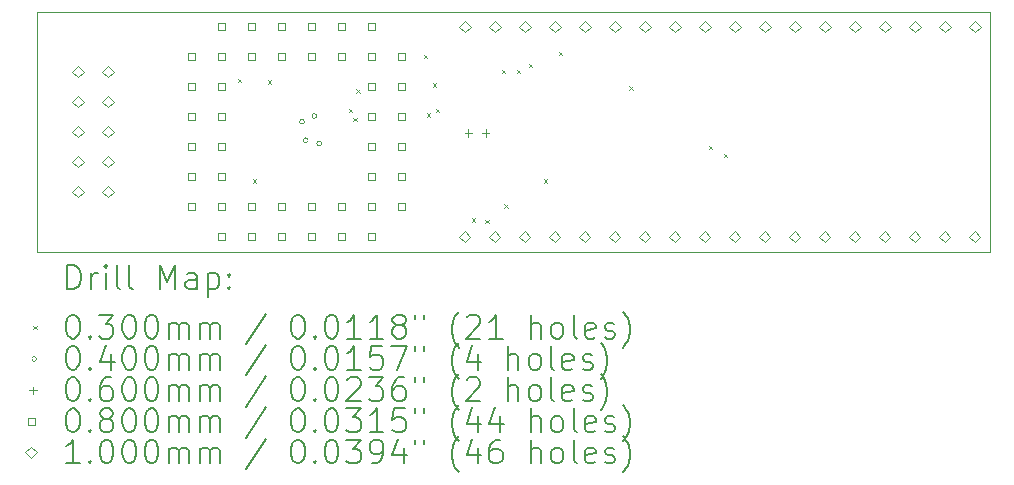
<source format=gbr>
%TF.GenerationSoftware,KiCad,Pcbnew,7.0.5-0*%
%TF.CreationDate,2023-07-15T23:12:55+02:00*%
%TF.ProjectId,atf1504_plcc44_breakout,61746631-3530-4345-9f70-6c636334345f,B*%
%TF.SameCoordinates,Original*%
%TF.FileFunction,Drillmap*%
%TF.FilePolarity,Positive*%
%FSLAX45Y45*%
G04 Gerber Fmt 4.5, Leading zero omitted, Abs format (unit mm)*
G04 Created by KiCad (PCBNEW 7.0.5-0) date 2023-07-15 23:12:55*
%MOMM*%
%LPD*%
G01*
G04 APERTURE LIST*
%ADD10C,0.100000*%
%ADD11C,0.200000*%
%ADD12C,0.030000*%
%ADD13C,0.040000*%
%ADD14C,0.060000*%
%ADD15C,0.080000*%
G04 APERTURE END LIST*
D10*
X9334500Y-5207000D02*
X17399000Y-5207000D01*
X17399000Y-7239000D01*
X9334500Y-7239000D01*
X9334500Y-5207000D01*
D11*
D12*
X11034000Y-5776200D02*
X11064000Y-5806200D01*
X11064000Y-5776200D02*
X11034000Y-5806200D01*
X11161000Y-6627100D02*
X11191000Y-6657100D01*
X11191000Y-6627100D02*
X11161000Y-6657100D01*
X11288000Y-5788900D02*
X11318000Y-5818900D01*
X11318000Y-5788900D02*
X11288000Y-5818900D01*
X11973800Y-6030200D02*
X12003800Y-6060200D01*
X12003800Y-6030200D02*
X11973800Y-6060200D01*
X12011900Y-6106400D02*
X12041900Y-6136400D01*
X12041900Y-6106400D02*
X12011900Y-6136400D01*
X12037300Y-5865100D02*
X12067300Y-5895100D01*
X12067300Y-5865100D02*
X12037300Y-5895100D01*
X12608800Y-5573000D02*
X12638800Y-5603000D01*
X12638800Y-5573000D02*
X12608800Y-5603000D01*
X12634200Y-6068300D02*
X12664200Y-6098300D01*
X12664200Y-6068300D02*
X12634200Y-6098300D01*
X12685000Y-5814300D02*
X12715000Y-5844300D01*
X12715000Y-5814300D02*
X12685000Y-5844300D01*
X12710400Y-6030200D02*
X12740400Y-6060200D01*
X12740400Y-6030200D02*
X12710400Y-6060200D01*
X13015200Y-6956650D02*
X13045200Y-6986650D01*
X13045200Y-6956650D02*
X13015200Y-6986650D01*
X13129500Y-6970000D02*
X13159500Y-7000000D01*
X13159500Y-6970000D02*
X13129500Y-7000000D01*
X13269200Y-5700000D02*
X13299200Y-5730000D01*
X13299200Y-5700000D02*
X13269200Y-5730000D01*
X13289830Y-6838230D02*
X13319830Y-6868230D01*
X13319830Y-6838230D02*
X13289830Y-6868230D01*
X13396200Y-5700000D02*
X13426200Y-5730000D01*
X13426200Y-5700000D02*
X13396200Y-5730000D01*
X13497800Y-5649199D02*
X13527800Y-5679199D01*
X13527800Y-5649199D02*
X13497800Y-5679199D01*
X13624800Y-6627100D02*
X13654800Y-6657100D01*
X13654800Y-6627100D02*
X13624800Y-6657100D01*
X13751800Y-5547600D02*
X13781800Y-5577600D01*
X13781800Y-5547600D02*
X13751800Y-5577600D01*
X14348700Y-5839700D02*
X14378700Y-5869700D01*
X14378700Y-5839700D02*
X14348700Y-5869700D01*
X15021800Y-6341350D02*
X15051800Y-6371350D01*
X15051800Y-6341350D02*
X15021800Y-6371350D01*
X15148800Y-6411199D02*
X15178800Y-6441199D01*
X15178800Y-6411199D02*
X15148800Y-6441199D01*
D13*
X11596778Y-6139722D02*
G75*
G03*
X11596778Y-6139722I-20000J0D01*
G01*
X11628872Y-6295822D02*
G75*
G03*
X11628872Y-6295822I-20000J0D01*
G01*
X11701273Y-6091077D02*
G75*
G03*
X11701273Y-6091077I-20000J0D01*
G01*
X11742100Y-6324600D02*
G75*
G03*
X11742100Y-6324600I-20000J0D01*
G01*
D14*
X12983340Y-6205700D02*
X12983340Y-6265700D01*
X12953340Y-6235700D02*
X13013340Y-6235700D01*
X13133340Y-6205700D02*
X13133340Y-6265700D01*
X13103340Y-6235700D02*
X13163340Y-6235700D01*
D15*
X10670885Y-5616284D02*
X10670885Y-5559716D01*
X10614316Y-5559716D01*
X10614316Y-5616284D01*
X10670885Y-5616284D01*
X10670885Y-5870284D02*
X10670885Y-5813715D01*
X10614316Y-5813715D01*
X10614316Y-5870284D01*
X10670885Y-5870284D01*
X10670885Y-6124284D02*
X10670885Y-6067715D01*
X10614316Y-6067715D01*
X10614316Y-6124284D01*
X10670885Y-6124284D01*
X10670885Y-6378284D02*
X10670885Y-6321715D01*
X10614316Y-6321715D01*
X10614316Y-6378284D01*
X10670885Y-6378284D01*
X10670885Y-6632284D02*
X10670885Y-6575715D01*
X10614316Y-6575715D01*
X10614316Y-6632284D01*
X10670885Y-6632284D01*
X10670885Y-6886284D02*
X10670885Y-6829715D01*
X10614316Y-6829715D01*
X10614316Y-6886284D01*
X10670885Y-6886284D01*
X10924885Y-5362285D02*
X10924885Y-5305716D01*
X10868316Y-5305716D01*
X10868316Y-5362285D01*
X10924885Y-5362285D01*
X10924885Y-5616284D02*
X10924885Y-5559716D01*
X10868316Y-5559716D01*
X10868316Y-5616284D01*
X10924885Y-5616284D01*
X10924885Y-5870284D02*
X10924885Y-5813715D01*
X10868316Y-5813715D01*
X10868316Y-5870284D01*
X10924885Y-5870284D01*
X10924885Y-6124284D02*
X10924885Y-6067715D01*
X10868316Y-6067715D01*
X10868316Y-6124284D01*
X10924885Y-6124284D01*
X10924885Y-6378284D02*
X10924885Y-6321715D01*
X10868316Y-6321715D01*
X10868316Y-6378284D01*
X10924885Y-6378284D01*
X10924885Y-6632284D02*
X10924885Y-6575715D01*
X10868316Y-6575715D01*
X10868316Y-6632284D01*
X10924885Y-6632284D01*
X10924885Y-6886284D02*
X10924885Y-6829715D01*
X10868316Y-6829715D01*
X10868316Y-6886284D01*
X10924885Y-6886284D01*
X10924885Y-7140284D02*
X10924885Y-7083715D01*
X10868316Y-7083715D01*
X10868316Y-7140284D01*
X10924885Y-7140284D01*
X11178885Y-5362285D02*
X11178885Y-5305716D01*
X11122316Y-5305716D01*
X11122316Y-5362285D01*
X11178885Y-5362285D01*
X11178885Y-5616284D02*
X11178885Y-5559716D01*
X11122316Y-5559716D01*
X11122316Y-5616284D01*
X11178885Y-5616284D01*
X11178885Y-6886284D02*
X11178885Y-6829715D01*
X11122316Y-6829715D01*
X11122316Y-6886284D01*
X11178885Y-6886284D01*
X11178885Y-7140284D02*
X11178885Y-7083715D01*
X11122316Y-7083715D01*
X11122316Y-7140284D01*
X11178885Y-7140284D01*
X11432884Y-5362285D02*
X11432884Y-5305716D01*
X11376315Y-5305716D01*
X11376315Y-5362285D01*
X11432884Y-5362285D01*
X11432884Y-5616284D02*
X11432884Y-5559716D01*
X11376315Y-5559716D01*
X11376315Y-5616284D01*
X11432884Y-5616284D01*
X11432884Y-6886284D02*
X11432884Y-6829715D01*
X11376315Y-6829715D01*
X11376315Y-6886284D01*
X11432884Y-6886284D01*
X11432884Y-7140284D02*
X11432884Y-7083715D01*
X11376315Y-7083715D01*
X11376315Y-7140284D01*
X11432884Y-7140284D01*
X11686884Y-5362285D02*
X11686884Y-5305716D01*
X11630315Y-5305716D01*
X11630315Y-5362285D01*
X11686884Y-5362285D01*
X11686884Y-5616284D02*
X11686884Y-5559716D01*
X11630315Y-5559716D01*
X11630315Y-5616284D01*
X11686884Y-5616284D01*
X11686884Y-6886284D02*
X11686884Y-6829715D01*
X11630315Y-6829715D01*
X11630315Y-6886284D01*
X11686884Y-6886284D01*
X11686884Y-7140284D02*
X11686884Y-7083715D01*
X11630315Y-7083715D01*
X11630315Y-7140284D01*
X11686884Y-7140284D01*
X11940884Y-5362285D02*
X11940884Y-5305716D01*
X11884315Y-5305716D01*
X11884315Y-5362285D01*
X11940884Y-5362285D01*
X11940884Y-5616284D02*
X11940884Y-5559716D01*
X11884315Y-5559716D01*
X11884315Y-5616284D01*
X11940884Y-5616284D01*
X11940884Y-6886284D02*
X11940884Y-6829715D01*
X11884315Y-6829715D01*
X11884315Y-6886284D01*
X11940884Y-6886284D01*
X11940884Y-7140284D02*
X11940884Y-7083715D01*
X11884315Y-7083715D01*
X11884315Y-7140284D01*
X11940884Y-7140284D01*
X12194884Y-5362285D02*
X12194884Y-5305716D01*
X12138315Y-5305716D01*
X12138315Y-5362285D01*
X12194884Y-5362285D01*
X12194884Y-5616284D02*
X12194884Y-5559716D01*
X12138315Y-5559716D01*
X12138315Y-5616284D01*
X12194884Y-5616284D01*
X12194884Y-5870284D02*
X12194884Y-5813715D01*
X12138315Y-5813715D01*
X12138315Y-5870284D01*
X12194884Y-5870284D01*
X12194884Y-6124284D02*
X12194884Y-6067715D01*
X12138315Y-6067715D01*
X12138315Y-6124284D01*
X12194884Y-6124284D01*
X12194884Y-6378284D02*
X12194884Y-6321715D01*
X12138315Y-6321715D01*
X12138315Y-6378284D01*
X12194884Y-6378284D01*
X12194884Y-6632284D02*
X12194884Y-6575715D01*
X12138315Y-6575715D01*
X12138315Y-6632284D01*
X12194884Y-6632284D01*
X12194884Y-6886284D02*
X12194884Y-6829715D01*
X12138315Y-6829715D01*
X12138315Y-6886284D01*
X12194884Y-6886284D01*
X12194884Y-7140284D02*
X12194884Y-7083715D01*
X12138315Y-7083715D01*
X12138315Y-7140284D01*
X12194884Y-7140284D01*
X12448884Y-5616284D02*
X12448884Y-5559716D01*
X12392315Y-5559716D01*
X12392315Y-5616284D01*
X12448884Y-5616284D01*
X12448884Y-5870284D02*
X12448884Y-5813715D01*
X12392315Y-5813715D01*
X12392315Y-5870284D01*
X12448884Y-5870284D01*
X12448884Y-6124284D02*
X12448884Y-6067715D01*
X12392315Y-6067715D01*
X12392315Y-6124284D01*
X12448884Y-6124284D01*
X12448884Y-6378284D02*
X12448884Y-6321715D01*
X12392315Y-6321715D01*
X12392315Y-6378284D01*
X12448884Y-6378284D01*
X12448884Y-6632284D02*
X12448884Y-6575715D01*
X12392315Y-6575715D01*
X12392315Y-6632284D01*
X12448884Y-6632284D01*
X12448884Y-6886284D02*
X12448884Y-6829715D01*
X12392315Y-6829715D01*
X12392315Y-6886284D01*
X12448884Y-6886284D01*
D10*
X9677400Y-5765000D02*
X9727400Y-5715000D01*
X9677400Y-5665000D01*
X9627400Y-5715000D01*
X9677400Y-5765000D01*
X9677400Y-6019000D02*
X9727400Y-5969000D01*
X9677400Y-5919000D01*
X9627400Y-5969000D01*
X9677400Y-6019000D01*
X9677400Y-6273000D02*
X9727400Y-6223000D01*
X9677400Y-6173000D01*
X9627400Y-6223000D01*
X9677400Y-6273000D01*
X9677400Y-6527000D02*
X9727400Y-6477000D01*
X9677400Y-6427000D01*
X9627400Y-6477000D01*
X9677400Y-6527000D01*
X9677400Y-6781000D02*
X9727400Y-6731000D01*
X9677400Y-6681000D01*
X9627400Y-6731000D01*
X9677400Y-6781000D01*
X9931400Y-5765000D02*
X9981400Y-5715000D01*
X9931400Y-5665000D01*
X9881400Y-5715000D01*
X9931400Y-5765000D01*
X9931400Y-6019000D02*
X9981400Y-5969000D01*
X9931400Y-5919000D01*
X9881400Y-5969000D01*
X9931400Y-6019000D01*
X9931400Y-6273000D02*
X9981400Y-6223000D01*
X9931400Y-6173000D01*
X9881400Y-6223000D01*
X9931400Y-6273000D01*
X9931400Y-6527000D02*
X9981400Y-6477000D01*
X9931400Y-6427000D01*
X9881400Y-6477000D01*
X9931400Y-6527000D01*
X9931400Y-6781000D02*
X9981400Y-6731000D01*
X9931400Y-6681000D01*
X9881400Y-6731000D01*
X9931400Y-6781000D01*
X12953500Y-7162000D02*
X13003500Y-7112000D01*
X12953500Y-7062000D01*
X12903500Y-7112000D01*
X12953500Y-7162000D01*
X12954000Y-5384000D02*
X13004000Y-5334000D01*
X12954000Y-5284000D01*
X12904000Y-5334000D01*
X12954000Y-5384000D01*
X13207500Y-7162000D02*
X13257500Y-7112000D01*
X13207500Y-7062000D01*
X13157500Y-7112000D01*
X13207500Y-7162000D01*
X13208000Y-5384000D02*
X13258000Y-5334000D01*
X13208000Y-5284000D01*
X13158000Y-5334000D01*
X13208000Y-5384000D01*
X13461500Y-7162000D02*
X13511500Y-7112000D01*
X13461500Y-7062000D01*
X13411500Y-7112000D01*
X13461500Y-7162000D01*
X13462000Y-5384000D02*
X13512000Y-5334000D01*
X13462000Y-5284000D01*
X13412000Y-5334000D01*
X13462000Y-5384000D01*
X13715500Y-7162000D02*
X13765500Y-7112000D01*
X13715500Y-7062000D01*
X13665500Y-7112000D01*
X13715500Y-7162000D01*
X13716000Y-5384000D02*
X13766000Y-5334000D01*
X13716000Y-5284000D01*
X13666000Y-5334000D01*
X13716000Y-5384000D01*
X13969500Y-7162000D02*
X14019500Y-7112000D01*
X13969500Y-7062000D01*
X13919500Y-7112000D01*
X13969500Y-7162000D01*
X13970000Y-5384000D02*
X14020000Y-5334000D01*
X13970000Y-5284000D01*
X13920000Y-5334000D01*
X13970000Y-5384000D01*
X14223500Y-7162000D02*
X14273500Y-7112000D01*
X14223500Y-7062000D01*
X14173500Y-7112000D01*
X14223500Y-7162000D01*
X14224000Y-5384000D02*
X14274000Y-5334000D01*
X14224000Y-5284000D01*
X14174000Y-5334000D01*
X14224000Y-5384000D01*
X14477500Y-7162000D02*
X14527500Y-7112000D01*
X14477500Y-7062000D01*
X14427500Y-7112000D01*
X14477500Y-7162000D01*
X14478000Y-5384000D02*
X14528000Y-5334000D01*
X14478000Y-5284000D01*
X14428000Y-5334000D01*
X14478000Y-5384000D01*
X14731500Y-7162000D02*
X14781500Y-7112000D01*
X14731500Y-7062000D01*
X14681500Y-7112000D01*
X14731500Y-7162000D01*
X14732000Y-5384000D02*
X14782000Y-5334000D01*
X14732000Y-5284000D01*
X14682000Y-5334000D01*
X14732000Y-5384000D01*
X14985500Y-7162000D02*
X15035500Y-7112000D01*
X14985500Y-7062000D01*
X14935500Y-7112000D01*
X14985500Y-7162000D01*
X14986000Y-5384000D02*
X15036000Y-5334000D01*
X14986000Y-5284000D01*
X14936000Y-5334000D01*
X14986000Y-5384000D01*
X15239500Y-7162000D02*
X15289500Y-7112000D01*
X15239500Y-7062000D01*
X15189500Y-7112000D01*
X15239500Y-7162000D01*
X15240000Y-5384000D02*
X15290000Y-5334000D01*
X15240000Y-5284000D01*
X15190000Y-5334000D01*
X15240000Y-5384000D01*
X15493500Y-7162000D02*
X15543500Y-7112000D01*
X15493500Y-7062000D01*
X15443500Y-7112000D01*
X15493500Y-7162000D01*
X15494000Y-5384000D02*
X15544000Y-5334000D01*
X15494000Y-5284000D01*
X15444000Y-5334000D01*
X15494000Y-5384000D01*
X15747500Y-7162000D02*
X15797500Y-7112000D01*
X15747500Y-7062000D01*
X15697500Y-7112000D01*
X15747500Y-7162000D01*
X15748000Y-5384000D02*
X15798000Y-5334000D01*
X15748000Y-5284000D01*
X15698000Y-5334000D01*
X15748000Y-5384000D01*
X16001500Y-7162000D02*
X16051500Y-7112000D01*
X16001500Y-7062000D01*
X15951500Y-7112000D01*
X16001500Y-7162000D01*
X16002000Y-5384000D02*
X16052000Y-5334000D01*
X16002000Y-5284000D01*
X15952000Y-5334000D01*
X16002000Y-5384000D01*
X16255500Y-7162000D02*
X16305500Y-7112000D01*
X16255500Y-7062000D01*
X16205500Y-7112000D01*
X16255500Y-7162000D01*
X16256000Y-5384000D02*
X16306000Y-5334000D01*
X16256000Y-5284000D01*
X16206000Y-5334000D01*
X16256000Y-5384000D01*
X16509500Y-7162000D02*
X16559500Y-7112000D01*
X16509500Y-7062000D01*
X16459500Y-7112000D01*
X16509500Y-7162000D01*
X16510000Y-5384000D02*
X16560000Y-5334000D01*
X16510000Y-5284000D01*
X16460000Y-5334000D01*
X16510000Y-5384000D01*
X16763500Y-7162000D02*
X16813500Y-7112000D01*
X16763500Y-7062000D01*
X16713500Y-7112000D01*
X16763500Y-7162000D01*
X16764000Y-5384000D02*
X16814000Y-5334000D01*
X16764000Y-5284000D01*
X16714000Y-5334000D01*
X16764000Y-5384000D01*
X17017500Y-7162000D02*
X17067500Y-7112000D01*
X17017500Y-7062000D01*
X16967500Y-7112000D01*
X17017500Y-7162000D01*
X17018000Y-5384000D02*
X17068000Y-5334000D01*
X17018000Y-5284000D01*
X16968000Y-5334000D01*
X17018000Y-5384000D01*
X17271500Y-7162000D02*
X17321500Y-7112000D01*
X17271500Y-7062000D01*
X17221500Y-7112000D01*
X17271500Y-7162000D01*
X17272000Y-5384000D02*
X17322000Y-5334000D01*
X17272000Y-5284000D01*
X17222000Y-5334000D01*
X17272000Y-5384000D01*
D11*
X9590277Y-7555484D02*
X9590277Y-7355484D01*
X9590277Y-7355484D02*
X9637896Y-7355484D01*
X9637896Y-7355484D02*
X9666467Y-7365008D01*
X9666467Y-7365008D02*
X9685515Y-7384055D01*
X9685515Y-7384055D02*
X9695039Y-7403103D01*
X9695039Y-7403103D02*
X9704563Y-7441198D01*
X9704563Y-7441198D02*
X9704563Y-7469769D01*
X9704563Y-7469769D02*
X9695039Y-7507865D01*
X9695039Y-7507865D02*
X9685515Y-7526912D01*
X9685515Y-7526912D02*
X9666467Y-7545960D01*
X9666467Y-7545960D02*
X9637896Y-7555484D01*
X9637896Y-7555484D02*
X9590277Y-7555484D01*
X9790277Y-7555484D02*
X9790277Y-7422150D01*
X9790277Y-7460246D02*
X9799801Y-7441198D01*
X9799801Y-7441198D02*
X9809324Y-7431674D01*
X9809324Y-7431674D02*
X9828372Y-7422150D01*
X9828372Y-7422150D02*
X9847420Y-7422150D01*
X9914086Y-7555484D02*
X9914086Y-7422150D01*
X9914086Y-7355484D02*
X9904563Y-7365008D01*
X9904563Y-7365008D02*
X9914086Y-7374531D01*
X9914086Y-7374531D02*
X9923610Y-7365008D01*
X9923610Y-7365008D02*
X9914086Y-7355484D01*
X9914086Y-7355484D02*
X9914086Y-7374531D01*
X10037896Y-7555484D02*
X10018848Y-7545960D01*
X10018848Y-7545960D02*
X10009324Y-7526912D01*
X10009324Y-7526912D02*
X10009324Y-7355484D01*
X10142658Y-7555484D02*
X10123610Y-7545960D01*
X10123610Y-7545960D02*
X10114086Y-7526912D01*
X10114086Y-7526912D02*
X10114086Y-7355484D01*
X10371229Y-7555484D02*
X10371229Y-7355484D01*
X10371229Y-7355484D02*
X10437896Y-7498341D01*
X10437896Y-7498341D02*
X10504563Y-7355484D01*
X10504563Y-7355484D02*
X10504563Y-7555484D01*
X10685515Y-7555484D02*
X10685515Y-7450722D01*
X10685515Y-7450722D02*
X10675991Y-7431674D01*
X10675991Y-7431674D02*
X10656944Y-7422150D01*
X10656944Y-7422150D02*
X10618848Y-7422150D01*
X10618848Y-7422150D02*
X10599801Y-7431674D01*
X10685515Y-7545960D02*
X10666467Y-7555484D01*
X10666467Y-7555484D02*
X10618848Y-7555484D01*
X10618848Y-7555484D02*
X10599801Y-7545960D01*
X10599801Y-7545960D02*
X10590277Y-7526912D01*
X10590277Y-7526912D02*
X10590277Y-7507865D01*
X10590277Y-7507865D02*
X10599801Y-7488817D01*
X10599801Y-7488817D02*
X10618848Y-7479293D01*
X10618848Y-7479293D02*
X10666467Y-7479293D01*
X10666467Y-7479293D02*
X10685515Y-7469769D01*
X10780753Y-7422150D02*
X10780753Y-7622150D01*
X10780753Y-7431674D02*
X10799801Y-7422150D01*
X10799801Y-7422150D02*
X10837896Y-7422150D01*
X10837896Y-7422150D02*
X10856944Y-7431674D01*
X10856944Y-7431674D02*
X10866467Y-7441198D01*
X10866467Y-7441198D02*
X10875991Y-7460246D01*
X10875991Y-7460246D02*
X10875991Y-7517388D01*
X10875991Y-7517388D02*
X10866467Y-7536436D01*
X10866467Y-7536436D02*
X10856944Y-7545960D01*
X10856944Y-7545960D02*
X10837896Y-7555484D01*
X10837896Y-7555484D02*
X10799801Y-7555484D01*
X10799801Y-7555484D02*
X10780753Y-7545960D01*
X10961705Y-7536436D02*
X10971229Y-7545960D01*
X10971229Y-7545960D02*
X10961705Y-7555484D01*
X10961705Y-7555484D02*
X10952182Y-7545960D01*
X10952182Y-7545960D02*
X10961705Y-7536436D01*
X10961705Y-7536436D02*
X10961705Y-7555484D01*
X10961705Y-7431674D02*
X10971229Y-7441198D01*
X10971229Y-7441198D02*
X10961705Y-7450722D01*
X10961705Y-7450722D02*
X10952182Y-7441198D01*
X10952182Y-7441198D02*
X10961705Y-7431674D01*
X10961705Y-7431674D02*
X10961705Y-7450722D01*
D12*
X9299500Y-7869000D02*
X9329500Y-7899000D01*
X9329500Y-7869000D02*
X9299500Y-7899000D01*
D11*
X9628372Y-7775484D02*
X9647420Y-7775484D01*
X9647420Y-7775484D02*
X9666467Y-7785008D01*
X9666467Y-7785008D02*
X9675991Y-7794531D01*
X9675991Y-7794531D02*
X9685515Y-7813579D01*
X9685515Y-7813579D02*
X9695039Y-7851674D01*
X9695039Y-7851674D02*
X9695039Y-7899293D01*
X9695039Y-7899293D02*
X9685515Y-7937388D01*
X9685515Y-7937388D02*
X9675991Y-7956436D01*
X9675991Y-7956436D02*
X9666467Y-7965960D01*
X9666467Y-7965960D02*
X9647420Y-7975484D01*
X9647420Y-7975484D02*
X9628372Y-7975484D01*
X9628372Y-7975484D02*
X9609324Y-7965960D01*
X9609324Y-7965960D02*
X9599801Y-7956436D01*
X9599801Y-7956436D02*
X9590277Y-7937388D01*
X9590277Y-7937388D02*
X9580753Y-7899293D01*
X9580753Y-7899293D02*
X9580753Y-7851674D01*
X9580753Y-7851674D02*
X9590277Y-7813579D01*
X9590277Y-7813579D02*
X9599801Y-7794531D01*
X9599801Y-7794531D02*
X9609324Y-7785008D01*
X9609324Y-7785008D02*
X9628372Y-7775484D01*
X9780753Y-7956436D02*
X9790277Y-7965960D01*
X9790277Y-7965960D02*
X9780753Y-7975484D01*
X9780753Y-7975484D02*
X9771229Y-7965960D01*
X9771229Y-7965960D02*
X9780753Y-7956436D01*
X9780753Y-7956436D02*
X9780753Y-7975484D01*
X9856944Y-7775484D02*
X9980753Y-7775484D01*
X9980753Y-7775484D02*
X9914086Y-7851674D01*
X9914086Y-7851674D02*
X9942658Y-7851674D01*
X9942658Y-7851674D02*
X9961705Y-7861198D01*
X9961705Y-7861198D02*
X9971229Y-7870722D01*
X9971229Y-7870722D02*
X9980753Y-7889769D01*
X9980753Y-7889769D02*
X9980753Y-7937388D01*
X9980753Y-7937388D02*
X9971229Y-7956436D01*
X9971229Y-7956436D02*
X9961705Y-7965960D01*
X9961705Y-7965960D02*
X9942658Y-7975484D01*
X9942658Y-7975484D02*
X9885515Y-7975484D01*
X9885515Y-7975484D02*
X9866467Y-7965960D01*
X9866467Y-7965960D02*
X9856944Y-7956436D01*
X10104563Y-7775484D02*
X10123610Y-7775484D01*
X10123610Y-7775484D02*
X10142658Y-7785008D01*
X10142658Y-7785008D02*
X10152182Y-7794531D01*
X10152182Y-7794531D02*
X10161705Y-7813579D01*
X10161705Y-7813579D02*
X10171229Y-7851674D01*
X10171229Y-7851674D02*
X10171229Y-7899293D01*
X10171229Y-7899293D02*
X10161705Y-7937388D01*
X10161705Y-7937388D02*
X10152182Y-7956436D01*
X10152182Y-7956436D02*
X10142658Y-7965960D01*
X10142658Y-7965960D02*
X10123610Y-7975484D01*
X10123610Y-7975484D02*
X10104563Y-7975484D01*
X10104563Y-7975484D02*
X10085515Y-7965960D01*
X10085515Y-7965960D02*
X10075991Y-7956436D01*
X10075991Y-7956436D02*
X10066467Y-7937388D01*
X10066467Y-7937388D02*
X10056944Y-7899293D01*
X10056944Y-7899293D02*
X10056944Y-7851674D01*
X10056944Y-7851674D02*
X10066467Y-7813579D01*
X10066467Y-7813579D02*
X10075991Y-7794531D01*
X10075991Y-7794531D02*
X10085515Y-7785008D01*
X10085515Y-7785008D02*
X10104563Y-7775484D01*
X10295039Y-7775484D02*
X10314086Y-7775484D01*
X10314086Y-7775484D02*
X10333134Y-7785008D01*
X10333134Y-7785008D02*
X10342658Y-7794531D01*
X10342658Y-7794531D02*
X10352182Y-7813579D01*
X10352182Y-7813579D02*
X10361705Y-7851674D01*
X10361705Y-7851674D02*
X10361705Y-7899293D01*
X10361705Y-7899293D02*
X10352182Y-7937388D01*
X10352182Y-7937388D02*
X10342658Y-7956436D01*
X10342658Y-7956436D02*
X10333134Y-7965960D01*
X10333134Y-7965960D02*
X10314086Y-7975484D01*
X10314086Y-7975484D02*
X10295039Y-7975484D01*
X10295039Y-7975484D02*
X10275991Y-7965960D01*
X10275991Y-7965960D02*
X10266467Y-7956436D01*
X10266467Y-7956436D02*
X10256944Y-7937388D01*
X10256944Y-7937388D02*
X10247420Y-7899293D01*
X10247420Y-7899293D02*
X10247420Y-7851674D01*
X10247420Y-7851674D02*
X10256944Y-7813579D01*
X10256944Y-7813579D02*
X10266467Y-7794531D01*
X10266467Y-7794531D02*
X10275991Y-7785008D01*
X10275991Y-7785008D02*
X10295039Y-7775484D01*
X10447420Y-7975484D02*
X10447420Y-7842150D01*
X10447420Y-7861198D02*
X10456944Y-7851674D01*
X10456944Y-7851674D02*
X10475991Y-7842150D01*
X10475991Y-7842150D02*
X10504563Y-7842150D01*
X10504563Y-7842150D02*
X10523610Y-7851674D01*
X10523610Y-7851674D02*
X10533134Y-7870722D01*
X10533134Y-7870722D02*
X10533134Y-7975484D01*
X10533134Y-7870722D02*
X10542658Y-7851674D01*
X10542658Y-7851674D02*
X10561705Y-7842150D01*
X10561705Y-7842150D02*
X10590277Y-7842150D01*
X10590277Y-7842150D02*
X10609325Y-7851674D01*
X10609325Y-7851674D02*
X10618848Y-7870722D01*
X10618848Y-7870722D02*
X10618848Y-7975484D01*
X10714086Y-7975484D02*
X10714086Y-7842150D01*
X10714086Y-7861198D02*
X10723610Y-7851674D01*
X10723610Y-7851674D02*
X10742658Y-7842150D01*
X10742658Y-7842150D02*
X10771229Y-7842150D01*
X10771229Y-7842150D02*
X10790277Y-7851674D01*
X10790277Y-7851674D02*
X10799801Y-7870722D01*
X10799801Y-7870722D02*
X10799801Y-7975484D01*
X10799801Y-7870722D02*
X10809325Y-7851674D01*
X10809325Y-7851674D02*
X10828372Y-7842150D01*
X10828372Y-7842150D02*
X10856944Y-7842150D01*
X10856944Y-7842150D02*
X10875991Y-7851674D01*
X10875991Y-7851674D02*
X10885515Y-7870722D01*
X10885515Y-7870722D02*
X10885515Y-7975484D01*
X11275991Y-7765960D02*
X11104563Y-8023103D01*
X11533134Y-7775484D02*
X11552182Y-7775484D01*
X11552182Y-7775484D02*
X11571229Y-7785008D01*
X11571229Y-7785008D02*
X11580753Y-7794531D01*
X11580753Y-7794531D02*
X11590277Y-7813579D01*
X11590277Y-7813579D02*
X11599801Y-7851674D01*
X11599801Y-7851674D02*
X11599801Y-7899293D01*
X11599801Y-7899293D02*
X11590277Y-7937388D01*
X11590277Y-7937388D02*
X11580753Y-7956436D01*
X11580753Y-7956436D02*
X11571229Y-7965960D01*
X11571229Y-7965960D02*
X11552182Y-7975484D01*
X11552182Y-7975484D02*
X11533134Y-7975484D01*
X11533134Y-7975484D02*
X11514086Y-7965960D01*
X11514086Y-7965960D02*
X11504563Y-7956436D01*
X11504563Y-7956436D02*
X11495039Y-7937388D01*
X11495039Y-7937388D02*
X11485515Y-7899293D01*
X11485515Y-7899293D02*
X11485515Y-7851674D01*
X11485515Y-7851674D02*
X11495039Y-7813579D01*
X11495039Y-7813579D02*
X11504563Y-7794531D01*
X11504563Y-7794531D02*
X11514086Y-7785008D01*
X11514086Y-7785008D02*
X11533134Y-7775484D01*
X11685515Y-7956436D02*
X11695039Y-7965960D01*
X11695039Y-7965960D02*
X11685515Y-7975484D01*
X11685515Y-7975484D02*
X11675991Y-7965960D01*
X11675991Y-7965960D02*
X11685515Y-7956436D01*
X11685515Y-7956436D02*
X11685515Y-7975484D01*
X11818848Y-7775484D02*
X11837896Y-7775484D01*
X11837896Y-7775484D02*
X11856944Y-7785008D01*
X11856944Y-7785008D02*
X11866467Y-7794531D01*
X11866467Y-7794531D02*
X11875991Y-7813579D01*
X11875991Y-7813579D02*
X11885515Y-7851674D01*
X11885515Y-7851674D02*
X11885515Y-7899293D01*
X11885515Y-7899293D02*
X11875991Y-7937388D01*
X11875991Y-7937388D02*
X11866467Y-7956436D01*
X11866467Y-7956436D02*
X11856944Y-7965960D01*
X11856944Y-7965960D02*
X11837896Y-7975484D01*
X11837896Y-7975484D02*
X11818848Y-7975484D01*
X11818848Y-7975484D02*
X11799801Y-7965960D01*
X11799801Y-7965960D02*
X11790277Y-7956436D01*
X11790277Y-7956436D02*
X11780753Y-7937388D01*
X11780753Y-7937388D02*
X11771229Y-7899293D01*
X11771229Y-7899293D02*
X11771229Y-7851674D01*
X11771229Y-7851674D02*
X11780753Y-7813579D01*
X11780753Y-7813579D02*
X11790277Y-7794531D01*
X11790277Y-7794531D02*
X11799801Y-7785008D01*
X11799801Y-7785008D02*
X11818848Y-7775484D01*
X12075991Y-7975484D02*
X11961706Y-7975484D01*
X12018848Y-7975484D02*
X12018848Y-7775484D01*
X12018848Y-7775484D02*
X11999801Y-7804055D01*
X11999801Y-7804055D02*
X11980753Y-7823103D01*
X11980753Y-7823103D02*
X11961706Y-7832627D01*
X12266467Y-7975484D02*
X12152182Y-7975484D01*
X12209325Y-7975484D02*
X12209325Y-7775484D01*
X12209325Y-7775484D02*
X12190277Y-7804055D01*
X12190277Y-7804055D02*
X12171229Y-7823103D01*
X12171229Y-7823103D02*
X12152182Y-7832627D01*
X12380753Y-7861198D02*
X12361706Y-7851674D01*
X12361706Y-7851674D02*
X12352182Y-7842150D01*
X12352182Y-7842150D02*
X12342658Y-7823103D01*
X12342658Y-7823103D02*
X12342658Y-7813579D01*
X12342658Y-7813579D02*
X12352182Y-7794531D01*
X12352182Y-7794531D02*
X12361706Y-7785008D01*
X12361706Y-7785008D02*
X12380753Y-7775484D01*
X12380753Y-7775484D02*
X12418848Y-7775484D01*
X12418848Y-7775484D02*
X12437896Y-7785008D01*
X12437896Y-7785008D02*
X12447420Y-7794531D01*
X12447420Y-7794531D02*
X12456944Y-7813579D01*
X12456944Y-7813579D02*
X12456944Y-7823103D01*
X12456944Y-7823103D02*
X12447420Y-7842150D01*
X12447420Y-7842150D02*
X12437896Y-7851674D01*
X12437896Y-7851674D02*
X12418848Y-7861198D01*
X12418848Y-7861198D02*
X12380753Y-7861198D01*
X12380753Y-7861198D02*
X12361706Y-7870722D01*
X12361706Y-7870722D02*
X12352182Y-7880246D01*
X12352182Y-7880246D02*
X12342658Y-7899293D01*
X12342658Y-7899293D02*
X12342658Y-7937388D01*
X12342658Y-7937388D02*
X12352182Y-7956436D01*
X12352182Y-7956436D02*
X12361706Y-7965960D01*
X12361706Y-7965960D02*
X12380753Y-7975484D01*
X12380753Y-7975484D02*
X12418848Y-7975484D01*
X12418848Y-7975484D02*
X12437896Y-7965960D01*
X12437896Y-7965960D02*
X12447420Y-7956436D01*
X12447420Y-7956436D02*
X12456944Y-7937388D01*
X12456944Y-7937388D02*
X12456944Y-7899293D01*
X12456944Y-7899293D02*
X12447420Y-7880246D01*
X12447420Y-7880246D02*
X12437896Y-7870722D01*
X12437896Y-7870722D02*
X12418848Y-7861198D01*
X12533134Y-7775484D02*
X12533134Y-7813579D01*
X12609325Y-7775484D02*
X12609325Y-7813579D01*
X12904563Y-8051674D02*
X12895039Y-8042150D01*
X12895039Y-8042150D02*
X12875991Y-8013579D01*
X12875991Y-8013579D02*
X12866468Y-7994531D01*
X12866468Y-7994531D02*
X12856944Y-7965960D01*
X12856944Y-7965960D02*
X12847420Y-7918341D01*
X12847420Y-7918341D02*
X12847420Y-7880246D01*
X12847420Y-7880246D02*
X12856944Y-7832627D01*
X12856944Y-7832627D02*
X12866468Y-7804055D01*
X12866468Y-7804055D02*
X12875991Y-7785008D01*
X12875991Y-7785008D02*
X12895039Y-7756436D01*
X12895039Y-7756436D02*
X12904563Y-7746912D01*
X12971229Y-7794531D02*
X12980753Y-7785008D01*
X12980753Y-7785008D02*
X12999801Y-7775484D01*
X12999801Y-7775484D02*
X13047420Y-7775484D01*
X13047420Y-7775484D02*
X13066468Y-7785008D01*
X13066468Y-7785008D02*
X13075991Y-7794531D01*
X13075991Y-7794531D02*
X13085515Y-7813579D01*
X13085515Y-7813579D02*
X13085515Y-7832627D01*
X13085515Y-7832627D02*
X13075991Y-7861198D01*
X13075991Y-7861198D02*
X12961706Y-7975484D01*
X12961706Y-7975484D02*
X13085515Y-7975484D01*
X13275991Y-7975484D02*
X13161706Y-7975484D01*
X13218848Y-7975484D02*
X13218848Y-7775484D01*
X13218848Y-7775484D02*
X13199801Y-7804055D01*
X13199801Y-7804055D02*
X13180753Y-7823103D01*
X13180753Y-7823103D02*
X13161706Y-7832627D01*
X13514087Y-7975484D02*
X13514087Y-7775484D01*
X13599801Y-7975484D02*
X13599801Y-7870722D01*
X13599801Y-7870722D02*
X13590277Y-7851674D01*
X13590277Y-7851674D02*
X13571230Y-7842150D01*
X13571230Y-7842150D02*
X13542658Y-7842150D01*
X13542658Y-7842150D02*
X13523610Y-7851674D01*
X13523610Y-7851674D02*
X13514087Y-7861198D01*
X13723610Y-7975484D02*
X13704563Y-7965960D01*
X13704563Y-7965960D02*
X13695039Y-7956436D01*
X13695039Y-7956436D02*
X13685515Y-7937388D01*
X13685515Y-7937388D02*
X13685515Y-7880246D01*
X13685515Y-7880246D02*
X13695039Y-7861198D01*
X13695039Y-7861198D02*
X13704563Y-7851674D01*
X13704563Y-7851674D02*
X13723610Y-7842150D01*
X13723610Y-7842150D02*
X13752182Y-7842150D01*
X13752182Y-7842150D02*
X13771230Y-7851674D01*
X13771230Y-7851674D02*
X13780753Y-7861198D01*
X13780753Y-7861198D02*
X13790277Y-7880246D01*
X13790277Y-7880246D02*
X13790277Y-7937388D01*
X13790277Y-7937388D02*
X13780753Y-7956436D01*
X13780753Y-7956436D02*
X13771230Y-7965960D01*
X13771230Y-7965960D02*
X13752182Y-7975484D01*
X13752182Y-7975484D02*
X13723610Y-7975484D01*
X13904563Y-7975484D02*
X13885515Y-7965960D01*
X13885515Y-7965960D02*
X13875991Y-7946912D01*
X13875991Y-7946912D02*
X13875991Y-7775484D01*
X14056944Y-7965960D02*
X14037896Y-7975484D01*
X14037896Y-7975484D02*
X13999801Y-7975484D01*
X13999801Y-7975484D02*
X13980753Y-7965960D01*
X13980753Y-7965960D02*
X13971230Y-7946912D01*
X13971230Y-7946912D02*
X13971230Y-7870722D01*
X13971230Y-7870722D02*
X13980753Y-7851674D01*
X13980753Y-7851674D02*
X13999801Y-7842150D01*
X13999801Y-7842150D02*
X14037896Y-7842150D01*
X14037896Y-7842150D02*
X14056944Y-7851674D01*
X14056944Y-7851674D02*
X14066468Y-7870722D01*
X14066468Y-7870722D02*
X14066468Y-7889769D01*
X14066468Y-7889769D02*
X13971230Y-7908817D01*
X14142658Y-7965960D02*
X14161706Y-7975484D01*
X14161706Y-7975484D02*
X14199801Y-7975484D01*
X14199801Y-7975484D02*
X14218849Y-7965960D01*
X14218849Y-7965960D02*
X14228372Y-7946912D01*
X14228372Y-7946912D02*
X14228372Y-7937388D01*
X14228372Y-7937388D02*
X14218849Y-7918341D01*
X14218849Y-7918341D02*
X14199801Y-7908817D01*
X14199801Y-7908817D02*
X14171230Y-7908817D01*
X14171230Y-7908817D02*
X14152182Y-7899293D01*
X14152182Y-7899293D02*
X14142658Y-7880246D01*
X14142658Y-7880246D02*
X14142658Y-7870722D01*
X14142658Y-7870722D02*
X14152182Y-7851674D01*
X14152182Y-7851674D02*
X14171230Y-7842150D01*
X14171230Y-7842150D02*
X14199801Y-7842150D01*
X14199801Y-7842150D02*
X14218849Y-7851674D01*
X14295039Y-8051674D02*
X14304563Y-8042150D01*
X14304563Y-8042150D02*
X14323611Y-8013579D01*
X14323611Y-8013579D02*
X14333134Y-7994531D01*
X14333134Y-7994531D02*
X14342658Y-7965960D01*
X14342658Y-7965960D02*
X14352182Y-7918341D01*
X14352182Y-7918341D02*
X14352182Y-7880246D01*
X14352182Y-7880246D02*
X14342658Y-7832627D01*
X14342658Y-7832627D02*
X14333134Y-7804055D01*
X14333134Y-7804055D02*
X14323611Y-7785008D01*
X14323611Y-7785008D02*
X14304563Y-7756436D01*
X14304563Y-7756436D02*
X14295039Y-7746912D01*
D13*
X9329500Y-8148000D02*
G75*
G03*
X9329500Y-8148000I-20000J0D01*
G01*
D11*
X9628372Y-8039484D02*
X9647420Y-8039484D01*
X9647420Y-8039484D02*
X9666467Y-8049008D01*
X9666467Y-8049008D02*
X9675991Y-8058531D01*
X9675991Y-8058531D02*
X9685515Y-8077579D01*
X9685515Y-8077579D02*
X9695039Y-8115674D01*
X9695039Y-8115674D02*
X9695039Y-8163293D01*
X9695039Y-8163293D02*
X9685515Y-8201388D01*
X9685515Y-8201388D02*
X9675991Y-8220436D01*
X9675991Y-8220436D02*
X9666467Y-8229960D01*
X9666467Y-8229960D02*
X9647420Y-8239484D01*
X9647420Y-8239484D02*
X9628372Y-8239484D01*
X9628372Y-8239484D02*
X9609324Y-8229960D01*
X9609324Y-8229960D02*
X9599801Y-8220436D01*
X9599801Y-8220436D02*
X9590277Y-8201388D01*
X9590277Y-8201388D02*
X9580753Y-8163293D01*
X9580753Y-8163293D02*
X9580753Y-8115674D01*
X9580753Y-8115674D02*
X9590277Y-8077579D01*
X9590277Y-8077579D02*
X9599801Y-8058531D01*
X9599801Y-8058531D02*
X9609324Y-8049008D01*
X9609324Y-8049008D02*
X9628372Y-8039484D01*
X9780753Y-8220436D02*
X9790277Y-8229960D01*
X9790277Y-8229960D02*
X9780753Y-8239484D01*
X9780753Y-8239484D02*
X9771229Y-8229960D01*
X9771229Y-8229960D02*
X9780753Y-8220436D01*
X9780753Y-8220436D02*
X9780753Y-8239484D01*
X9961705Y-8106150D02*
X9961705Y-8239484D01*
X9914086Y-8029960D02*
X9866467Y-8172817D01*
X9866467Y-8172817D02*
X9990277Y-8172817D01*
X10104563Y-8039484D02*
X10123610Y-8039484D01*
X10123610Y-8039484D02*
X10142658Y-8049008D01*
X10142658Y-8049008D02*
X10152182Y-8058531D01*
X10152182Y-8058531D02*
X10161705Y-8077579D01*
X10161705Y-8077579D02*
X10171229Y-8115674D01*
X10171229Y-8115674D02*
X10171229Y-8163293D01*
X10171229Y-8163293D02*
X10161705Y-8201388D01*
X10161705Y-8201388D02*
X10152182Y-8220436D01*
X10152182Y-8220436D02*
X10142658Y-8229960D01*
X10142658Y-8229960D02*
X10123610Y-8239484D01*
X10123610Y-8239484D02*
X10104563Y-8239484D01*
X10104563Y-8239484D02*
X10085515Y-8229960D01*
X10085515Y-8229960D02*
X10075991Y-8220436D01*
X10075991Y-8220436D02*
X10066467Y-8201388D01*
X10066467Y-8201388D02*
X10056944Y-8163293D01*
X10056944Y-8163293D02*
X10056944Y-8115674D01*
X10056944Y-8115674D02*
X10066467Y-8077579D01*
X10066467Y-8077579D02*
X10075991Y-8058531D01*
X10075991Y-8058531D02*
X10085515Y-8049008D01*
X10085515Y-8049008D02*
X10104563Y-8039484D01*
X10295039Y-8039484D02*
X10314086Y-8039484D01*
X10314086Y-8039484D02*
X10333134Y-8049008D01*
X10333134Y-8049008D02*
X10342658Y-8058531D01*
X10342658Y-8058531D02*
X10352182Y-8077579D01*
X10352182Y-8077579D02*
X10361705Y-8115674D01*
X10361705Y-8115674D02*
X10361705Y-8163293D01*
X10361705Y-8163293D02*
X10352182Y-8201388D01*
X10352182Y-8201388D02*
X10342658Y-8220436D01*
X10342658Y-8220436D02*
X10333134Y-8229960D01*
X10333134Y-8229960D02*
X10314086Y-8239484D01*
X10314086Y-8239484D02*
X10295039Y-8239484D01*
X10295039Y-8239484D02*
X10275991Y-8229960D01*
X10275991Y-8229960D02*
X10266467Y-8220436D01*
X10266467Y-8220436D02*
X10256944Y-8201388D01*
X10256944Y-8201388D02*
X10247420Y-8163293D01*
X10247420Y-8163293D02*
X10247420Y-8115674D01*
X10247420Y-8115674D02*
X10256944Y-8077579D01*
X10256944Y-8077579D02*
X10266467Y-8058531D01*
X10266467Y-8058531D02*
X10275991Y-8049008D01*
X10275991Y-8049008D02*
X10295039Y-8039484D01*
X10447420Y-8239484D02*
X10447420Y-8106150D01*
X10447420Y-8125198D02*
X10456944Y-8115674D01*
X10456944Y-8115674D02*
X10475991Y-8106150D01*
X10475991Y-8106150D02*
X10504563Y-8106150D01*
X10504563Y-8106150D02*
X10523610Y-8115674D01*
X10523610Y-8115674D02*
X10533134Y-8134722D01*
X10533134Y-8134722D02*
X10533134Y-8239484D01*
X10533134Y-8134722D02*
X10542658Y-8115674D01*
X10542658Y-8115674D02*
X10561705Y-8106150D01*
X10561705Y-8106150D02*
X10590277Y-8106150D01*
X10590277Y-8106150D02*
X10609325Y-8115674D01*
X10609325Y-8115674D02*
X10618848Y-8134722D01*
X10618848Y-8134722D02*
X10618848Y-8239484D01*
X10714086Y-8239484D02*
X10714086Y-8106150D01*
X10714086Y-8125198D02*
X10723610Y-8115674D01*
X10723610Y-8115674D02*
X10742658Y-8106150D01*
X10742658Y-8106150D02*
X10771229Y-8106150D01*
X10771229Y-8106150D02*
X10790277Y-8115674D01*
X10790277Y-8115674D02*
X10799801Y-8134722D01*
X10799801Y-8134722D02*
X10799801Y-8239484D01*
X10799801Y-8134722D02*
X10809325Y-8115674D01*
X10809325Y-8115674D02*
X10828372Y-8106150D01*
X10828372Y-8106150D02*
X10856944Y-8106150D01*
X10856944Y-8106150D02*
X10875991Y-8115674D01*
X10875991Y-8115674D02*
X10885515Y-8134722D01*
X10885515Y-8134722D02*
X10885515Y-8239484D01*
X11275991Y-8029960D02*
X11104563Y-8287103D01*
X11533134Y-8039484D02*
X11552182Y-8039484D01*
X11552182Y-8039484D02*
X11571229Y-8049008D01*
X11571229Y-8049008D02*
X11580753Y-8058531D01*
X11580753Y-8058531D02*
X11590277Y-8077579D01*
X11590277Y-8077579D02*
X11599801Y-8115674D01*
X11599801Y-8115674D02*
X11599801Y-8163293D01*
X11599801Y-8163293D02*
X11590277Y-8201388D01*
X11590277Y-8201388D02*
X11580753Y-8220436D01*
X11580753Y-8220436D02*
X11571229Y-8229960D01*
X11571229Y-8229960D02*
X11552182Y-8239484D01*
X11552182Y-8239484D02*
X11533134Y-8239484D01*
X11533134Y-8239484D02*
X11514086Y-8229960D01*
X11514086Y-8229960D02*
X11504563Y-8220436D01*
X11504563Y-8220436D02*
X11495039Y-8201388D01*
X11495039Y-8201388D02*
X11485515Y-8163293D01*
X11485515Y-8163293D02*
X11485515Y-8115674D01*
X11485515Y-8115674D02*
X11495039Y-8077579D01*
X11495039Y-8077579D02*
X11504563Y-8058531D01*
X11504563Y-8058531D02*
X11514086Y-8049008D01*
X11514086Y-8049008D02*
X11533134Y-8039484D01*
X11685515Y-8220436D02*
X11695039Y-8229960D01*
X11695039Y-8229960D02*
X11685515Y-8239484D01*
X11685515Y-8239484D02*
X11675991Y-8229960D01*
X11675991Y-8229960D02*
X11685515Y-8220436D01*
X11685515Y-8220436D02*
X11685515Y-8239484D01*
X11818848Y-8039484D02*
X11837896Y-8039484D01*
X11837896Y-8039484D02*
X11856944Y-8049008D01*
X11856944Y-8049008D02*
X11866467Y-8058531D01*
X11866467Y-8058531D02*
X11875991Y-8077579D01*
X11875991Y-8077579D02*
X11885515Y-8115674D01*
X11885515Y-8115674D02*
X11885515Y-8163293D01*
X11885515Y-8163293D02*
X11875991Y-8201388D01*
X11875991Y-8201388D02*
X11866467Y-8220436D01*
X11866467Y-8220436D02*
X11856944Y-8229960D01*
X11856944Y-8229960D02*
X11837896Y-8239484D01*
X11837896Y-8239484D02*
X11818848Y-8239484D01*
X11818848Y-8239484D02*
X11799801Y-8229960D01*
X11799801Y-8229960D02*
X11790277Y-8220436D01*
X11790277Y-8220436D02*
X11780753Y-8201388D01*
X11780753Y-8201388D02*
X11771229Y-8163293D01*
X11771229Y-8163293D02*
X11771229Y-8115674D01*
X11771229Y-8115674D02*
X11780753Y-8077579D01*
X11780753Y-8077579D02*
X11790277Y-8058531D01*
X11790277Y-8058531D02*
X11799801Y-8049008D01*
X11799801Y-8049008D02*
X11818848Y-8039484D01*
X12075991Y-8239484D02*
X11961706Y-8239484D01*
X12018848Y-8239484D02*
X12018848Y-8039484D01*
X12018848Y-8039484D02*
X11999801Y-8068055D01*
X11999801Y-8068055D02*
X11980753Y-8087103D01*
X11980753Y-8087103D02*
X11961706Y-8096627D01*
X12256944Y-8039484D02*
X12161706Y-8039484D01*
X12161706Y-8039484D02*
X12152182Y-8134722D01*
X12152182Y-8134722D02*
X12161706Y-8125198D01*
X12161706Y-8125198D02*
X12180753Y-8115674D01*
X12180753Y-8115674D02*
X12228372Y-8115674D01*
X12228372Y-8115674D02*
X12247420Y-8125198D01*
X12247420Y-8125198D02*
X12256944Y-8134722D01*
X12256944Y-8134722D02*
X12266467Y-8153769D01*
X12266467Y-8153769D02*
X12266467Y-8201388D01*
X12266467Y-8201388D02*
X12256944Y-8220436D01*
X12256944Y-8220436D02*
X12247420Y-8229960D01*
X12247420Y-8229960D02*
X12228372Y-8239484D01*
X12228372Y-8239484D02*
X12180753Y-8239484D01*
X12180753Y-8239484D02*
X12161706Y-8229960D01*
X12161706Y-8229960D02*
X12152182Y-8220436D01*
X12333134Y-8039484D02*
X12466467Y-8039484D01*
X12466467Y-8039484D02*
X12380753Y-8239484D01*
X12533134Y-8039484D02*
X12533134Y-8077579D01*
X12609325Y-8039484D02*
X12609325Y-8077579D01*
X12904563Y-8315674D02*
X12895039Y-8306150D01*
X12895039Y-8306150D02*
X12875991Y-8277579D01*
X12875991Y-8277579D02*
X12866468Y-8258531D01*
X12866468Y-8258531D02*
X12856944Y-8229960D01*
X12856944Y-8229960D02*
X12847420Y-8182341D01*
X12847420Y-8182341D02*
X12847420Y-8144246D01*
X12847420Y-8144246D02*
X12856944Y-8096627D01*
X12856944Y-8096627D02*
X12866468Y-8068055D01*
X12866468Y-8068055D02*
X12875991Y-8049008D01*
X12875991Y-8049008D02*
X12895039Y-8020436D01*
X12895039Y-8020436D02*
X12904563Y-8010912D01*
X13066468Y-8106150D02*
X13066468Y-8239484D01*
X13018848Y-8029960D02*
X12971229Y-8172817D01*
X12971229Y-8172817D02*
X13095039Y-8172817D01*
X13323610Y-8239484D02*
X13323610Y-8039484D01*
X13409325Y-8239484D02*
X13409325Y-8134722D01*
X13409325Y-8134722D02*
X13399801Y-8115674D01*
X13399801Y-8115674D02*
X13380753Y-8106150D01*
X13380753Y-8106150D02*
X13352182Y-8106150D01*
X13352182Y-8106150D02*
X13333134Y-8115674D01*
X13333134Y-8115674D02*
X13323610Y-8125198D01*
X13533134Y-8239484D02*
X13514087Y-8229960D01*
X13514087Y-8229960D02*
X13504563Y-8220436D01*
X13504563Y-8220436D02*
X13495039Y-8201388D01*
X13495039Y-8201388D02*
X13495039Y-8144246D01*
X13495039Y-8144246D02*
X13504563Y-8125198D01*
X13504563Y-8125198D02*
X13514087Y-8115674D01*
X13514087Y-8115674D02*
X13533134Y-8106150D01*
X13533134Y-8106150D02*
X13561706Y-8106150D01*
X13561706Y-8106150D02*
X13580753Y-8115674D01*
X13580753Y-8115674D02*
X13590277Y-8125198D01*
X13590277Y-8125198D02*
X13599801Y-8144246D01*
X13599801Y-8144246D02*
X13599801Y-8201388D01*
X13599801Y-8201388D02*
X13590277Y-8220436D01*
X13590277Y-8220436D02*
X13580753Y-8229960D01*
X13580753Y-8229960D02*
X13561706Y-8239484D01*
X13561706Y-8239484D02*
X13533134Y-8239484D01*
X13714087Y-8239484D02*
X13695039Y-8229960D01*
X13695039Y-8229960D02*
X13685515Y-8210912D01*
X13685515Y-8210912D02*
X13685515Y-8039484D01*
X13866468Y-8229960D02*
X13847420Y-8239484D01*
X13847420Y-8239484D02*
X13809325Y-8239484D01*
X13809325Y-8239484D02*
X13790277Y-8229960D01*
X13790277Y-8229960D02*
X13780753Y-8210912D01*
X13780753Y-8210912D02*
X13780753Y-8134722D01*
X13780753Y-8134722D02*
X13790277Y-8115674D01*
X13790277Y-8115674D02*
X13809325Y-8106150D01*
X13809325Y-8106150D02*
X13847420Y-8106150D01*
X13847420Y-8106150D02*
X13866468Y-8115674D01*
X13866468Y-8115674D02*
X13875991Y-8134722D01*
X13875991Y-8134722D02*
X13875991Y-8153769D01*
X13875991Y-8153769D02*
X13780753Y-8172817D01*
X13952182Y-8229960D02*
X13971230Y-8239484D01*
X13971230Y-8239484D02*
X14009325Y-8239484D01*
X14009325Y-8239484D02*
X14028372Y-8229960D01*
X14028372Y-8229960D02*
X14037896Y-8210912D01*
X14037896Y-8210912D02*
X14037896Y-8201388D01*
X14037896Y-8201388D02*
X14028372Y-8182341D01*
X14028372Y-8182341D02*
X14009325Y-8172817D01*
X14009325Y-8172817D02*
X13980753Y-8172817D01*
X13980753Y-8172817D02*
X13961706Y-8163293D01*
X13961706Y-8163293D02*
X13952182Y-8144246D01*
X13952182Y-8144246D02*
X13952182Y-8134722D01*
X13952182Y-8134722D02*
X13961706Y-8115674D01*
X13961706Y-8115674D02*
X13980753Y-8106150D01*
X13980753Y-8106150D02*
X14009325Y-8106150D01*
X14009325Y-8106150D02*
X14028372Y-8115674D01*
X14104563Y-8315674D02*
X14114087Y-8306150D01*
X14114087Y-8306150D02*
X14133134Y-8277579D01*
X14133134Y-8277579D02*
X14142658Y-8258531D01*
X14142658Y-8258531D02*
X14152182Y-8229960D01*
X14152182Y-8229960D02*
X14161706Y-8182341D01*
X14161706Y-8182341D02*
X14161706Y-8144246D01*
X14161706Y-8144246D02*
X14152182Y-8096627D01*
X14152182Y-8096627D02*
X14142658Y-8068055D01*
X14142658Y-8068055D02*
X14133134Y-8049008D01*
X14133134Y-8049008D02*
X14114087Y-8020436D01*
X14114087Y-8020436D02*
X14104563Y-8010912D01*
D14*
X9299500Y-8382000D02*
X9299500Y-8442000D01*
X9269500Y-8412000D02*
X9329500Y-8412000D01*
D11*
X9628372Y-8303484D02*
X9647420Y-8303484D01*
X9647420Y-8303484D02*
X9666467Y-8313008D01*
X9666467Y-8313008D02*
X9675991Y-8322531D01*
X9675991Y-8322531D02*
X9685515Y-8341579D01*
X9685515Y-8341579D02*
X9695039Y-8379674D01*
X9695039Y-8379674D02*
X9695039Y-8427293D01*
X9695039Y-8427293D02*
X9685515Y-8465389D01*
X9685515Y-8465389D02*
X9675991Y-8484436D01*
X9675991Y-8484436D02*
X9666467Y-8493960D01*
X9666467Y-8493960D02*
X9647420Y-8503484D01*
X9647420Y-8503484D02*
X9628372Y-8503484D01*
X9628372Y-8503484D02*
X9609324Y-8493960D01*
X9609324Y-8493960D02*
X9599801Y-8484436D01*
X9599801Y-8484436D02*
X9590277Y-8465389D01*
X9590277Y-8465389D02*
X9580753Y-8427293D01*
X9580753Y-8427293D02*
X9580753Y-8379674D01*
X9580753Y-8379674D02*
X9590277Y-8341579D01*
X9590277Y-8341579D02*
X9599801Y-8322531D01*
X9599801Y-8322531D02*
X9609324Y-8313008D01*
X9609324Y-8313008D02*
X9628372Y-8303484D01*
X9780753Y-8484436D02*
X9790277Y-8493960D01*
X9790277Y-8493960D02*
X9780753Y-8503484D01*
X9780753Y-8503484D02*
X9771229Y-8493960D01*
X9771229Y-8493960D02*
X9780753Y-8484436D01*
X9780753Y-8484436D02*
X9780753Y-8503484D01*
X9961705Y-8303484D02*
X9923610Y-8303484D01*
X9923610Y-8303484D02*
X9904563Y-8313008D01*
X9904563Y-8313008D02*
X9895039Y-8322531D01*
X9895039Y-8322531D02*
X9875991Y-8351103D01*
X9875991Y-8351103D02*
X9866467Y-8389198D01*
X9866467Y-8389198D02*
X9866467Y-8465389D01*
X9866467Y-8465389D02*
X9875991Y-8484436D01*
X9875991Y-8484436D02*
X9885515Y-8493960D01*
X9885515Y-8493960D02*
X9904563Y-8503484D01*
X9904563Y-8503484D02*
X9942658Y-8503484D01*
X9942658Y-8503484D02*
X9961705Y-8493960D01*
X9961705Y-8493960D02*
X9971229Y-8484436D01*
X9971229Y-8484436D02*
X9980753Y-8465389D01*
X9980753Y-8465389D02*
X9980753Y-8417770D01*
X9980753Y-8417770D02*
X9971229Y-8398722D01*
X9971229Y-8398722D02*
X9961705Y-8389198D01*
X9961705Y-8389198D02*
X9942658Y-8379674D01*
X9942658Y-8379674D02*
X9904563Y-8379674D01*
X9904563Y-8379674D02*
X9885515Y-8389198D01*
X9885515Y-8389198D02*
X9875991Y-8398722D01*
X9875991Y-8398722D02*
X9866467Y-8417770D01*
X10104563Y-8303484D02*
X10123610Y-8303484D01*
X10123610Y-8303484D02*
X10142658Y-8313008D01*
X10142658Y-8313008D02*
X10152182Y-8322531D01*
X10152182Y-8322531D02*
X10161705Y-8341579D01*
X10161705Y-8341579D02*
X10171229Y-8379674D01*
X10171229Y-8379674D02*
X10171229Y-8427293D01*
X10171229Y-8427293D02*
X10161705Y-8465389D01*
X10161705Y-8465389D02*
X10152182Y-8484436D01*
X10152182Y-8484436D02*
X10142658Y-8493960D01*
X10142658Y-8493960D02*
X10123610Y-8503484D01*
X10123610Y-8503484D02*
X10104563Y-8503484D01*
X10104563Y-8503484D02*
X10085515Y-8493960D01*
X10085515Y-8493960D02*
X10075991Y-8484436D01*
X10075991Y-8484436D02*
X10066467Y-8465389D01*
X10066467Y-8465389D02*
X10056944Y-8427293D01*
X10056944Y-8427293D02*
X10056944Y-8379674D01*
X10056944Y-8379674D02*
X10066467Y-8341579D01*
X10066467Y-8341579D02*
X10075991Y-8322531D01*
X10075991Y-8322531D02*
X10085515Y-8313008D01*
X10085515Y-8313008D02*
X10104563Y-8303484D01*
X10295039Y-8303484D02*
X10314086Y-8303484D01*
X10314086Y-8303484D02*
X10333134Y-8313008D01*
X10333134Y-8313008D02*
X10342658Y-8322531D01*
X10342658Y-8322531D02*
X10352182Y-8341579D01*
X10352182Y-8341579D02*
X10361705Y-8379674D01*
X10361705Y-8379674D02*
X10361705Y-8427293D01*
X10361705Y-8427293D02*
X10352182Y-8465389D01*
X10352182Y-8465389D02*
X10342658Y-8484436D01*
X10342658Y-8484436D02*
X10333134Y-8493960D01*
X10333134Y-8493960D02*
X10314086Y-8503484D01*
X10314086Y-8503484D02*
X10295039Y-8503484D01*
X10295039Y-8503484D02*
X10275991Y-8493960D01*
X10275991Y-8493960D02*
X10266467Y-8484436D01*
X10266467Y-8484436D02*
X10256944Y-8465389D01*
X10256944Y-8465389D02*
X10247420Y-8427293D01*
X10247420Y-8427293D02*
X10247420Y-8379674D01*
X10247420Y-8379674D02*
X10256944Y-8341579D01*
X10256944Y-8341579D02*
X10266467Y-8322531D01*
X10266467Y-8322531D02*
X10275991Y-8313008D01*
X10275991Y-8313008D02*
X10295039Y-8303484D01*
X10447420Y-8503484D02*
X10447420Y-8370150D01*
X10447420Y-8389198D02*
X10456944Y-8379674D01*
X10456944Y-8379674D02*
X10475991Y-8370150D01*
X10475991Y-8370150D02*
X10504563Y-8370150D01*
X10504563Y-8370150D02*
X10523610Y-8379674D01*
X10523610Y-8379674D02*
X10533134Y-8398722D01*
X10533134Y-8398722D02*
X10533134Y-8503484D01*
X10533134Y-8398722D02*
X10542658Y-8379674D01*
X10542658Y-8379674D02*
X10561705Y-8370150D01*
X10561705Y-8370150D02*
X10590277Y-8370150D01*
X10590277Y-8370150D02*
X10609325Y-8379674D01*
X10609325Y-8379674D02*
X10618848Y-8398722D01*
X10618848Y-8398722D02*
X10618848Y-8503484D01*
X10714086Y-8503484D02*
X10714086Y-8370150D01*
X10714086Y-8389198D02*
X10723610Y-8379674D01*
X10723610Y-8379674D02*
X10742658Y-8370150D01*
X10742658Y-8370150D02*
X10771229Y-8370150D01*
X10771229Y-8370150D02*
X10790277Y-8379674D01*
X10790277Y-8379674D02*
X10799801Y-8398722D01*
X10799801Y-8398722D02*
X10799801Y-8503484D01*
X10799801Y-8398722D02*
X10809325Y-8379674D01*
X10809325Y-8379674D02*
X10828372Y-8370150D01*
X10828372Y-8370150D02*
X10856944Y-8370150D01*
X10856944Y-8370150D02*
X10875991Y-8379674D01*
X10875991Y-8379674D02*
X10885515Y-8398722D01*
X10885515Y-8398722D02*
X10885515Y-8503484D01*
X11275991Y-8293960D02*
X11104563Y-8551103D01*
X11533134Y-8303484D02*
X11552182Y-8303484D01*
X11552182Y-8303484D02*
X11571229Y-8313008D01*
X11571229Y-8313008D02*
X11580753Y-8322531D01*
X11580753Y-8322531D02*
X11590277Y-8341579D01*
X11590277Y-8341579D02*
X11599801Y-8379674D01*
X11599801Y-8379674D02*
X11599801Y-8427293D01*
X11599801Y-8427293D02*
X11590277Y-8465389D01*
X11590277Y-8465389D02*
X11580753Y-8484436D01*
X11580753Y-8484436D02*
X11571229Y-8493960D01*
X11571229Y-8493960D02*
X11552182Y-8503484D01*
X11552182Y-8503484D02*
X11533134Y-8503484D01*
X11533134Y-8503484D02*
X11514086Y-8493960D01*
X11514086Y-8493960D02*
X11504563Y-8484436D01*
X11504563Y-8484436D02*
X11495039Y-8465389D01*
X11495039Y-8465389D02*
X11485515Y-8427293D01*
X11485515Y-8427293D02*
X11485515Y-8379674D01*
X11485515Y-8379674D02*
X11495039Y-8341579D01*
X11495039Y-8341579D02*
X11504563Y-8322531D01*
X11504563Y-8322531D02*
X11514086Y-8313008D01*
X11514086Y-8313008D02*
X11533134Y-8303484D01*
X11685515Y-8484436D02*
X11695039Y-8493960D01*
X11695039Y-8493960D02*
X11685515Y-8503484D01*
X11685515Y-8503484D02*
X11675991Y-8493960D01*
X11675991Y-8493960D02*
X11685515Y-8484436D01*
X11685515Y-8484436D02*
X11685515Y-8503484D01*
X11818848Y-8303484D02*
X11837896Y-8303484D01*
X11837896Y-8303484D02*
X11856944Y-8313008D01*
X11856944Y-8313008D02*
X11866467Y-8322531D01*
X11866467Y-8322531D02*
X11875991Y-8341579D01*
X11875991Y-8341579D02*
X11885515Y-8379674D01*
X11885515Y-8379674D02*
X11885515Y-8427293D01*
X11885515Y-8427293D02*
X11875991Y-8465389D01*
X11875991Y-8465389D02*
X11866467Y-8484436D01*
X11866467Y-8484436D02*
X11856944Y-8493960D01*
X11856944Y-8493960D02*
X11837896Y-8503484D01*
X11837896Y-8503484D02*
X11818848Y-8503484D01*
X11818848Y-8503484D02*
X11799801Y-8493960D01*
X11799801Y-8493960D02*
X11790277Y-8484436D01*
X11790277Y-8484436D02*
X11780753Y-8465389D01*
X11780753Y-8465389D02*
X11771229Y-8427293D01*
X11771229Y-8427293D02*
X11771229Y-8379674D01*
X11771229Y-8379674D02*
X11780753Y-8341579D01*
X11780753Y-8341579D02*
X11790277Y-8322531D01*
X11790277Y-8322531D02*
X11799801Y-8313008D01*
X11799801Y-8313008D02*
X11818848Y-8303484D01*
X11961706Y-8322531D02*
X11971229Y-8313008D01*
X11971229Y-8313008D02*
X11990277Y-8303484D01*
X11990277Y-8303484D02*
X12037896Y-8303484D01*
X12037896Y-8303484D02*
X12056944Y-8313008D01*
X12056944Y-8313008D02*
X12066467Y-8322531D01*
X12066467Y-8322531D02*
X12075991Y-8341579D01*
X12075991Y-8341579D02*
X12075991Y-8360627D01*
X12075991Y-8360627D02*
X12066467Y-8389198D01*
X12066467Y-8389198D02*
X11952182Y-8503484D01*
X11952182Y-8503484D02*
X12075991Y-8503484D01*
X12142658Y-8303484D02*
X12266467Y-8303484D01*
X12266467Y-8303484D02*
X12199801Y-8379674D01*
X12199801Y-8379674D02*
X12228372Y-8379674D01*
X12228372Y-8379674D02*
X12247420Y-8389198D01*
X12247420Y-8389198D02*
X12256944Y-8398722D01*
X12256944Y-8398722D02*
X12266467Y-8417770D01*
X12266467Y-8417770D02*
X12266467Y-8465389D01*
X12266467Y-8465389D02*
X12256944Y-8484436D01*
X12256944Y-8484436D02*
X12247420Y-8493960D01*
X12247420Y-8493960D02*
X12228372Y-8503484D01*
X12228372Y-8503484D02*
X12171229Y-8503484D01*
X12171229Y-8503484D02*
X12152182Y-8493960D01*
X12152182Y-8493960D02*
X12142658Y-8484436D01*
X12437896Y-8303484D02*
X12399801Y-8303484D01*
X12399801Y-8303484D02*
X12380753Y-8313008D01*
X12380753Y-8313008D02*
X12371229Y-8322531D01*
X12371229Y-8322531D02*
X12352182Y-8351103D01*
X12352182Y-8351103D02*
X12342658Y-8389198D01*
X12342658Y-8389198D02*
X12342658Y-8465389D01*
X12342658Y-8465389D02*
X12352182Y-8484436D01*
X12352182Y-8484436D02*
X12361706Y-8493960D01*
X12361706Y-8493960D02*
X12380753Y-8503484D01*
X12380753Y-8503484D02*
X12418848Y-8503484D01*
X12418848Y-8503484D02*
X12437896Y-8493960D01*
X12437896Y-8493960D02*
X12447420Y-8484436D01*
X12447420Y-8484436D02*
X12456944Y-8465389D01*
X12456944Y-8465389D02*
X12456944Y-8417770D01*
X12456944Y-8417770D02*
X12447420Y-8398722D01*
X12447420Y-8398722D02*
X12437896Y-8389198D01*
X12437896Y-8389198D02*
X12418848Y-8379674D01*
X12418848Y-8379674D02*
X12380753Y-8379674D01*
X12380753Y-8379674D02*
X12361706Y-8389198D01*
X12361706Y-8389198D02*
X12352182Y-8398722D01*
X12352182Y-8398722D02*
X12342658Y-8417770D01*
X12533134Y-8303484D02*
X12533134Y-8341579D01*
X12609325Y-8303484D02*
X12609325Y-8341579D01*
X12904563Y-8579674D02*
X12895039Y-8570150D01*
X12895039Y-8570150D02*
X12875991Y-8541579D01*
X12875991Y-8541579D02*
X12866468Y-8522531D01*
X12866468Y-8522531D02*
X12856944Y-8493960D01*
X12856944Y-8493960D02*
X12847420Y-8446341D01*
X12847420Y-8446341D02*
X12847420Y-8408246D01*
X12847420Y-8408246D02*
X12856944Y-8360627D01*
X12856944Y-8360627D02*
X12866468Y-8332055D01*
X12866468Y-8332055D02*
X12875991Y-8313008D01*
X12875991Y-8313008D02*
X12895039Y-8284436D01*
X12895039Y-8284436D02*
X12904563Y-8274912D01*
X12971229Y-8322531D02*
X12980753Y-8313008D01*
X12980753Y-8313008D02*
X12999801Y-8303484D01*
X12999801Y-8303484D02*
X13047420Y-8303484D01*
X13047420Y-8303484D02*
X13066468Y-8313008D01*
X13066468Y-8313008D02*
X13075991Y-8322531D01*
X13075991Y-8322531D02*
X13085515Y-8341579D01*
X13085515Y-8341579D02*
X13085515Y-8360627D01*
X13085515Y-8360627D02*
X13075991Y-8389198D01*
X13075991Y-8389198D02*
X12961706Y-8503484D01*
X12961706Y-8503484D02*
X13085515Y-8503484D01*
X13323610Y-8503484D02*
X13323610Y-8303484D01*
X13409325Y-8503484D02*
X13409325Y-8398722D01*
X13409325Y-8398722D02*
X13399801Y-8379674D01*
X13399801Y-8379674D02*
X13380753Y-8370150D01*
X13380753Y-8370150D02*
X13352182Y-8370150D01*
X13352182Y-8370150D02*
X13333134Y-8379674D01*
X13333134Y-8379674D02*
X13323610Y-8389198D01*
X13533134Y-8503484D02*
X13514087Y-8493960D01*
X13514087Y-8493960D02*
X13504563Y-8484436D01*
X13504563Y-8484436D02*
X13495039Y-8465389D01*
X13495039Y-8465389D02*
X13495039Y-8408246D01*
X13495039Y-8408246D02*
X13504563Y-8389198D01*
X13504563Y-8389198D02*
X13514087Y-8379674D01*
X13514087Y-8379674D02*
X13533134Y-8370150D01*
X13533134Y-8370150D02*
X13561706Y-8370150D01*
X13561706Y-8370150D02*
X13580753Y-8379674D01*
X13580753Y-8379674D02*
X13590277Y-8389198D01*
X13590277Y-8389198D02*
X13599801Y-8408246D01*
X13599801Y-8408246D02*
X13599801Y-8465389D01*
X13599801Y-8465389D02*
X13590277Y-8484436D01*
X13590277Y-8484436D02*
X13580753Y-8493960D01*
X13580753Y-8493960D02*
X13561706Y-8503484D01*
X13561706Y-8503484D02*
X13533134Y-8503484D01*
X13714087Y-8503484D02*
X13695039Y-8493960D01*
X13695039Y-8493960D02*
X13685515Y-8474912D01*
X13685515Y-8474912D02*
X13685515Y-8303484D01*
X13866468Y-8493960D02*
X13847420Y-8503484D01*
X13847420Y-8503484D02*
X13809325Y-8503484D01*
X13809325Y-8503484D02*
X13790277Y-8493960D01*
X13790277Y-8493960D02*
X13780753Y-8474912D01*
X13780753Y-8474912D02*
X13780753Y-8398722D01*
X13780753Y-8398722D02*
X13790277Y-8379674D01*
X13790277Y-8379674D02*
X13809325Y-8370150D01*
X13809325Y-8370150D02*
X13847420Y-8370150D01*
X13847420Y-8370150D02*
X13866468Y-8379674D01*
X13866468Y-8379674D02*
X13875991Y-8398722D01*
X13875991Y-8398722D02*
X13875991Y-8417770D01*
X13875991Y-8417770D02*
X13780753Y-8436817D01*
X13952182Y-8493960D02*
X13971230Y-8503484D01*
X13971230Y-8503484D02*
X14009325Y-8503484D01*
X14009325Y-8503484D02*
X14028372Y-8493960D01*
X14028372Y-8493960D02*
X14037896Y-8474912D01*
X14037896Y-8474912D02*
X14037896Y-8465389D01*
X14037896Y-8465389D02*
X14028372Y-8446341D01*
X14028372Y-8446341D02*
X14009325Y-8436817D01*
X14009325Y-8436817D02*
X13980753Y-8436817D01*
X13980753Y-8436817D02*
X13961706Y-8427293D01*
X13961706Y-8427293D02*
X13952182Y-8408246D01*
X13952182Y-8408246D02*
X13952182Y-8398722D01*
X13952182Y-8398722D02*
X13961706Y-8379674D01*
X13961706Y-8379674D02*
X13980753Y-8370150D01*
X13980753Y-8370150D02*
X14009325Y-8370150D01*
X14009325Y-8370150D02*
X14028372Y-8379674D01*
X14104563Y-8579674D02*
X14114087Y-8570150D01*
X14114087Y-8570150D02*
X14133134Y-8541579D01*
X14133134Y-8541579D02*
X14142658Y-8522531D01*
X14142658Y-8522531D02*
X14152182Y-8493960D01*
X14152182Y-8493960D02*
X14161706Y-8446341D01*
X14161706Y-8446341D02*
X14161706Y-8408246D01*
X14161706Y-8408246D02*
X14152182Y-8360627D01*
X14152182Y-8360627D02*
X14142658Y-8332055D01*
X14142658Y-8332055D02*
X14133134Y-8313008D01*
X14133134Y-8313008D02*
X14114087Y-8284436D01*
X14114087Y-8284436D02*
X14104563Y-8274912D01*
D15*
X9317785Y-8704285D02*
X9317785Y-8647716D01*
X9261216Y-8647716D01*
X9261216Y-8704285D01*
X9317785Y-8704285D01*
D11*
X9628372Y-8567484D02*
X9647420Y-8567484D01*
X9647420Y-8567484D02*
X9666467Y-8577008D01*
X9666467Y-8577008D02*
X9675991Y-8586531D01*
X9675991Y-8586531D02*
X9685515Y-8605579D01*
X9685515Y-8605579D02*
X9695039Y-8643674D01*
X9695039Y-8643674D02*
X9695039Y-8691293D01*
X9695039Y-8691293D02*
X9685515Y-8729389D01*
X9685515Y-8729389D02*
X9675991Y-8748436D01*
X9675991Y-8748436D02*
X9666467Y-8757960D01*
X9666467Y-8757960D02*
X9647420Y-8767484D01*
X9647420Y-8767484D02*
X9628372Y-8767484D01*
X9628372Y-8767484D02*
X9609324Y-8757960D01*
X9609324Y-8757960D02*
X9599801Y-8748436D01*
X9599801Y-8748436D02*
X9590277Y-8729389D01*
X9590277Y-8729389D02*
X9580753Y-8691293D01*
X9580753Y-8691293D02*
X9580753Y-8643674D01*
X9580753Y-8643674D02*
X9590277Y-8605579D01*
X9590277Y-8605579D02*
X9599801Y-8586531D01*
X9599801Y-8586531D02*
X9609324Y-8577008D01*
X9609324Y-8577008D02*
X9628372Y-8567484D01*
X9780753Y-8748436D02*
X9790277Y-8757960D01*
X9790277Y-8757960D02*
X9780753Y-8767484D01*
X9780753Y-8767484D02*
X9771229Y-8757960D01*
X9771229Y-8757960D02*
X9780753Y-8748436D01*
X9780753Y-8748436D02*
X9780753Y-8767484D01*
X9904563Y-8653198D02*
X9885515Y-8643674D01*
X9885515Y-8643674D02*
X9875991Y-8634150D01*
X9875991Y-8634150D02*
X9866467Y-8615103D01*
X9866467Y-8615103D02*
X9866467Y-8605579D01*
X9866467Y-8605579D02*
X9875991Y-8586531D01*
X9875991Y-8586531D02*
X9885515Y-8577008D01*
X9885515Y-8577008D02*
X9904563Y-8567484D01*
X9904563Y-8567484D02*
X9942658Y-8567484D01*
X9942658Y-8567484D02*
X9961705Y-8577008D01*
X9961705Y-8577008D02*
X9971229Y-8586531D01*
X9971229Y-8586531D02*
X9980753Y-8605579D01*
X9980753Y-8605579D02*
X9980753Y-8615103D01*
X9980753Y-8615103D02*
X9971229Y-8634150D01*
X9971229Y-8634150D02*
X9961705Y-8643674D01*
X9961705Y-8643674D02*
X9942658Y-8653198D01*
X9942658Y-8653198D02*
X9904563Y-8653198D01*
X9904563Y-8653198D02*
X9885515Y-8662722D01*
X9885515Y-8662722D02*
X9875991Y-8672246D01*
X9875991Y-8672246D02*
X9866467Y-8691293D01*
X9866467Y-8691293D02*
X9866467Y-8729389D01*
X9866467Y-8729389D02*
X9875991Y-8748436D01*
X9875991Y-8748436D02*
X9885515Y-8757960D01*
X9885515Y-8757960D02*
X9904563Y-8767484D01*
X9904563Y-8767484D02*
X9942658Y-8767484D01*
X9942658Y-8767484D02*
X9961705Y-8757960D01*
X9961705Y-8757960D02*
X9971229Y-8748436D01*
X9971229Y-8748436D02*
X9980753Y-8729389D01*
X9980753Y-8729389D02*
X9980753Y-8691293D01*
X9980753Y-8691293D02*
X9971229Y-8672246D01*
X9971229Y-8672246D02*
X9961705Y-8662722D01*
X9961705Y-8662722D02*
X9942658Y-8653198D01*
X10104563Y-8567484D02*
X10123610Y-8567484D01*
X10123610Y-8567484D02*
X10142658Y-8577008D01*
X10142658Y-8577008D02*
X10152182Y-8586531D01*
X10152182Y-8586531D02*
X10161705Y-8605579D01*
X10161705Y-8605579D02*
X10171229Y-8643674D01*
X10171229Y-8643674D02*
X10171229Y-8691293D01*
X10171229Y-8691293D02*
X10161705Y-8729389D01*
X10161705Y-8729389D02*
X10152182Y-8748436D01*
X10152182Y-8748436D02*
X10142658Y-8757960D01*
X10142658Y-8757960D02*
X10123610Y-8767484D01*
X10123610Y-8767484D02*
X10104563Y-8767484D01*
X10104563Y-8767484D02*
X10085515Y-8757960D01*
X10085515Y-8757960D02*
X10075991Y-8748436D01*
X10075991Y-8748436D02*
X10066467Y-8729389D01*
X10066467Y-8729389D02*
X10056944Y-8691293D01*
X10056944Y-8691293D02*
X10056944Y-8643674D01*
X10056944Y-8643674D02*
X10066467Y-8605579D01*
X10066467Y-8605579D02*
X10075991Y-8586531D01*
X10075991Y-8586531D02*
X10085515Y-8577008D01*
X10085515Y-8577008D02*
X10104563Y-8567484D01*
X10295039Y-8567484D02*
X10314086Y-8567484D01*
X10314086Y-8567484D02*
X10333134Y-8577008D01*
X10333134Y-8577008D02*
X10342658Y-8586531D01*
X10342658Y-8586531D02*
X10352182Y-8605579D01*
X10352182Y-8605579D02*
X10361705Y-8643674D01*
X10361705Y-8643674D02*
X10361705Y-8691293D01*
X10361705Y-8691293D02*
X10352182Y-8729389D01*
X10352182Y-8729389D02*
X10342658Y-8748436D01*
X10342658Y-8748436D02*
X10333134Y-8757960D01*
X10333134Y-8757960D02*
X10314086Y-8767484D01*
X10314086Y-8767484D02*
X10295039Y-8767484D01*
X10295039Y-8767484D02*
X10275991Y-8757960D01*
X10275991Y-8757960D02*
X10266467Y-8748436D01*
X10266467Y-8748436D02*
X10256944Y-8729389D01*
X10256944Y-8729389D02*
X10247420Y-8691293D01*
X10247420Y-8691293D02*
X10247420Y-8643674D01*
X10247420Y-8643674D02*
X10256944Y-8605579D01*
X10256944Y-8605579D02*
X10266467Y-8586531D01*
X10266467Y-8586531D02*
X10275991Y-8577008D01*
X10275991Y-8577008D02*
X10295039Y-8567484D01*
X10447420Y-8767484D02*
X10447420Y-8634150D01*
X10447420Y-8653198D02*
X10456944Y-8643674D01*
X10456944Y-8643674D02*
X10475991Y-8634150D01*
X10475991Y-8634150D02*
X10504563Y-8634150D01*
X10504563Y-8634150D02*
X10523610Y-8643674D01*
X10523610Y-8643674D02*
X10533134Y-8662722D01*
X10533134Y-8662722D02*
X10533134Y-8767484D01*
X10533134Y-8662722D02*
X10542658Y-8643674D01*
X10542658Y-8643674D02*
X10561705Y-8634150D01*
X10561705Y-8634150D02*
X10590277Y-8634150D01*
X10590277Y-8634150D02*
X10609325Y-8643674D01*
X10609325Y-8643674D02*
X10618848Y-8662722D01*
X10618848Y-8662722D02*
X10618848Y-8767484D01*
X10714086Y-8767484D02*
X10714086Y-8634150D01*
X10714086Y-8653198D02*
X10723610Y-8643674D01*
X10723610Y-8643674D02*
X10742658Y-8634150D01*
X10742658Y-8634150D02*
X10771229Y-8634150D01*
X10771229Y-8634150D02*
X10790277Y-8643674D01*
X10790277Y-8643674D02*
X10799801Y-8662722D01*
X10799801Y-8662722D02*
X10799801Y-8767484D01*
X10799801Y-8662722D02*
X10809325Y-8643674D01*
X10809325Y-8643674D02*
X10828372Y-8634150D01*
X10828372Y-8634150D02*
X10856944Y-8634150D01*
X10856944Y-8634150D02*
X10875991Y-8643674D01*
X10875991Y-8643674D02*
X10885515Y-8662722D01*
X10885515Y-8662722D02*
X10885515Y-8767484D01*
X11275991Y-8557960D02*
X11104563Y-8815103D01*
X11533134Y-8567484D02*
X11552182Y-8567484D01*
X11552182Y-8567484D02*
X11571229Y-8577008D01*
X11571229Y-8577008D02*
X11580753Y-8586531D01*
X11580753Y-8586531D02*
X11590277Y-8605579D01*
X11590277Y-8605579D02*
X11599801Y-8643674D01*
X11599801Y-8643674D02*
X11599801Y-8691293D01*
X11599801Y-8691293D02*
X11590277Y-8729389D01*
X11590277Y-8729389D02*
X11580753Y-8748436D01*
X11580753Y-8748436D02*
X11571229Y-8757960D01*
X11571229Y-8757960D02*
X11552182Y-8767484D01*
X11552182Y-8767484D02*
X11533134Y-8767484D01*
X11533134Y-8767484D02*
X11514086Y-8757960D01*
X11514086Y-8757960D02*
X11504563Y-8748436D01*
X11504563Y-8748436D02*
X11495039Y-8729389D01*
X11495039Y-8729389D02*
X11485515Y-8691293D01*
X11485515Y-8691293D02*
X11485515Y-8643674D01*
X11485515Y-8643674D02*
X11495039Y-8605579D01*
X11495039Y-8605579D02*
X11504563Y-8586531D01*
X11504563Y-8586531D02*
X11514086Y-8577008D01*
X11514086Y-8577008D02*
X11533134Y-8567484D01*
X11685515Y-8748436D02*
X11695039Y-8757960D01*
X11695039Y-8757960D02*
X11685515Y-8767484D01*
X11685515Y-8767484D02*
X11675991Y-8757960D01*
X11675991Y-8757960D02*
X11685515Y-8748436D01*
X11685515Y-8748436D02*
X11685515Y-8767484D01*
X11818848Y-8567484D02*
X11837896Y-8567484D01*
X11837896Y-8567484D02*
X11856944Y-8577008D01*
X11856944Y-8577008D02*
X11866467Y-8586531D01*
X11866467Y-8586531D02*
X11875991Y-8605579D01*
X11875991Y-8605579D02*
X11885515Y-8643674D01*
X11885515Y-8643674D02*
X11885515Y-8691293D01*
X11885515Y-8691293D02*
X11875991Y-8729389D01*
X11875991Y-8729389D02*
X11866467Y-8748436D01*
X11866467Y-8748436D02*
X11856944Y-8757960D01*
X11856944Y-8757960D02*
X11837896Y-8767484D01*
X11837896Y-8767484D02*
X11818848Y-8767484D01*
X11818848Y-8767484D02*
X11799801Y-8757960D01*
X11799801Y-8757960D02*
X11790277Y-8748436D01*
X11790277Y-8748436D02*
X11780753Y-8729389D01*
X11780753Y-8729389D02*
X11771229Y-8691293D01*
X11771229Y-8691293D02*
X11771229Y-8643674D01*
X11771229Y-8643674D02*
X11780753Y-8605579D01*
X11780753Y-8605579D02*
X11790277Y-8586531D01*
X11790277Y-8586531D02*
X11799801Y-8577008D01*
X11799801Y-8577008D02*
X11818848Y-8567484D01*
X11952182Y-8567484D02*
X12075991Y-8567484D01*
X12075991Y-8567484D02*
X12009325Y-8643674D01*
X12009325Y-8643674D02*
X12037896Y-8643674D01*
X12037896Y-8643674D02*
X12056944Y-8653198D01*
X12056944Y-8653198D02*
X12066467Y-8662722D01*
X12066467Y-8662722D02*
X12075991Y-8681770D01*
X12075991Y-8681770D02*
X12075991Y-8729389D01*
X12075991Y-8729389D02*
X12066467Y-8748436D01*
X12066467Y-8748436D02*
X12056944Y-8757960D01*
X12056944Y-8757960D02*
X12037896Y-8767484D01*
X12037896Y-8767484D02*
X11980753Y-8767484D01*
X11980753Y-8767484D02*
X11961706Y-8757960D01*
X11961706Y-8757960D02*
X11952182Y-8748436D01*
X12266467Y-8767484D02*
X12152182Y-8767484D01*
X12209325Y-8767484D02*
X12209325Y-8567484D01*
X12209325Y-8567484D02*
X12190277Y-8596055D01*
X12190277Y-8596055D02*
X12171229Y-8615103D01*
X12171229Y-8615103D02*
X12152182Y-8624627D01*
X12447420Y-8567484D02*
X12352182Y-8567484D01*
X12352182Y-8567484D02*
X12342658Y-8662722D01*
X12342658Y-8662722D02*
X12352182Y-8653198D01*
X12352182Y-8653198D02*
X12371229Y-8643674D01*
X12371229Y-8643674D02*
X12418848Y-8643674D01*
X12418848Y-8643674D02*
X12437896Y-8653198D01*
X12437896Y-8653198D02*
X12447420Y-8662722D01*
X12447420Y-8662722D02*
X12456944Y-8681770D01*
X12456944Y-8681770D02*
X12456944Y-8729389D01*
X12456944Y-8729389D02*
X12447420Y-8748436D01*
X12447420Y-8748436D02*
X12437896Y-8757960D01*
X12437896Y-8757960D02*
X12418848Y-8767484D01*
X12418848Y-8767484D02*
X12371229Y-8767484D01*
X12371229Y-8767484D02*
X12352182Y-8757960D01*
X12352182Y-8757960D02*
X12342658Y-8748436D01*
X12533134Y-8567484D02*
X12533134Y-8605579D01*
X12609325Y-8567484D02*
X12609325Y-8605579D01*
X12904563Y-8843674D02*
X12895039Y-8834150D01*
X12895039Y-8834150D02*
X12875991Y-8805579D01*
X12875991Y-8805579D02*
X12866468Y-8786531D01*
X12866468Y-8786531D02*
X12856944Y-8757960D01*
X12856944Y-8757960D02*
X12847420Y-8710341D01*
X12847420Y-8710341D02*
X12847420Y-8672246D01*
X12847420Y-8672246D02*
X12856944Y-8624627D01*
X12856944Y-8624627D02*
X12866468Y-8596055D01*
X12866468Y-8596055D02*
X12875991Y-8577008D01*
X12875991Y-8577008D02*
X12895039Y-8548436D01*
X12895039Y-8548436D02*
X12904563Y-8538912D01*
X13066468Y-8634150D02*
X13066468Y-8767484D01*
X13018848Y-8557960D02*
X12971229Y-8700817D01*
X12971229Y-8700817D02*
X13095039Y-8700817D01*
X13256944Y-8634150D02*
X13256944Y-8767484D01*
X13209325Y-8557960D02*
X13161706Y-8700817D01*
X13161706Y-8700817D02*
X13285515Y-8700817D01*
X13514087Y-8767484D02*
X13514087Y-8567484D01*
X13599801Y-8767484D02*
X13599801Y-8662722D01*
X13599801Y-8662722D02*
X13590277Y-8643674D01*
X13590277Y-8643674D02*
X13571230Y-8634150D01*
X13571230Y-8634150D02*
X13542658Y-8634150D01*
X13542658Y-8634150D02*
X13523610Y-8643674D01*
X13523610Y-8643674D02*
X13514087Y-8653198D01*
X13723610Y-8767484D02*
X13704563Y-8757960D01*
X13704563Y-8757960D02*
X13695039Y-8748436D01*
X13695039Y-8748436D02*
X13685515Y-8729389D01*
X13685515Y-8729389D02*
X13685515Y-8672246D01*
X13685515Y-8672246D02*
X13695039Y-8653198D01*
X13695039Y-8653198D02*
X13704563Y-8643674D01*
X13704563Y-8643674D02*
X13723610Y-8634150D01*
X13723610Y-8634150D02*
X13752182Y-8634150D01*
X13752182Y-8634150D02*
X13771230Y-8643674D01*
X13771230Y-8643674D02*
X13780753Y-8653198D01*
X13780753Y-8653198D02*
X13790277Y-8672246D01*
X13790277Y-8672246D02*
X13790277Y-8729389D01*
X13790277Y-8729389D02*
X13780753Y-8748436D01*
X13780753Y-8748436D02*
X13771230Y-8757960D01*
X13771230Y-8757960D02*
X13752182Y-8767484D01*
X13752182Y-8767484D02*
X13723610Y-8767484D01*
X13904563Y-8767484D02*
X13885515Y-8757960D01*
X13885515Y-8757960D02*
X13875991Y-8738912D01*
X13875991Y-8738912D02*
X13875991Y-8567484D01*
X14056944Y-8757960D02*
X14037896Y-8767484D01*
X14037896Y-8767484D02*
X13999801Y-8767484D01*
X13999801Y-8767484D02*
X13980753Y-8757960D01*
X13980753Y-8757960D02*
X13971230Y-8738912D01*
X13971230Y-8738912D02*
X13971230Y-8662722D01*
X13971230Y-8662722D02*
X13980753Y-8643674D01*
X13980753Y-8643674D02*
X13999801Y-8634150D01*
X13999801Y-8634150D02*
X14037896Y-8634150D01*
X14037896Y-8634150D02*
X14056944Y-8643674D01*
X14056944Y-8643674D02*
X14066468Y-8662722D01*
X14066468Y-8662722D02*
X14066468Y-8681770D01*
X14066468Y-8681770D02*
X13971230Y-8700817D01*
X14142658Y-8757960D02*
X14161706Y-8767484D01*
X14161706Y-8767484D02*
X14199801Y-8767484D01*
X14199801Y-8767484D02*
X14218849Y-8757960D01*
X14218849Y-8757960D02*
X14228372Y-8738912D01*
X14228372Y-8738912D02*
X14228372Y-8729389D01*
X14228372Y-8729389D02*
X14218849Y-8710341D01*
X14218849Y-8710341D02*
X14199801Y-8700817D01*
X14199801Y-8700817D02*
X14171230Y-8700817D01*
X14171230Y-8700817D02*
X14152182Y-8691293D01*
X14152182Y-8691293D02*
X14142658Y-8672246D01*
X14142658Y-8672246D02*
X14142658Y-8662722D01*
X14142658Y-8662722D02*
X14152182Y-8643674D01*
X14152182Y-8643674D02*
X14171230Y-8634150D01*
X14171230Y-8634150D02*
X14199801Y-8634150D01*
X14199801Y-8634150D02*
X14218849Y-8643674D01*
X14295039Y-8843674D02*
X14304563Y-8834150D01*
X14304563Y-8834150D02*
X14323611Y-8805579D01*
X14323611Y-8805579D02*
X14333134Y-8786531D01*
X14333134Y-8786531D02*
X14342658Y-8757960D01*
X14342658Y-8757960D02*
X14352182Y-8710341D01*
X14352182Y-8710341D02*
X14352182Y-8672246D01*
X14352182Y-8672246D02*
X14342658Y-8624627D01*
X14342658Y-8624627D02*
X14333134Y-8596055D01*
X14333134Y-8596055D02*
X14323611Y-8577008D01*
X14323611Y-8577008D02*
X14304563Y-8548436D01*
X14304563Y-8548436D02*
X14295039Y-8538912D01*
D10*
X9279500Y-8990000D02*
X9329500Y-8940000D01*
X9279500Y-8890000D01*
X9229500Y-8940000D01*
X9279500Y-8990000D01*
D11*
X9695039Y-9031484D02*
X9580753Y-9031484D01*
X9637896Y-9031484D02*
X9637896Y-8831484D01*
X9637896Y-8831484D02*
X9618848Y-8860055D01*
X9618848Y-8860055D02*
X9599801Y-8879103D01*
X9599801Y-8879103D02*
X9580753Y-8888627D01*
X9780753Y-9012436D02*
X9790277Y-9021960D01*
X9790277Y-9021960D02*
X9780753Y-9031484D01*
X9780753Y-9031484D02*
X9771229Y-9021960D01*
X9771229Y-9021960D02*
X9780753Y-9012436D01*
X9780753Y-9012436D02*
X9780753Y-9031484D01*
X9914086Y-8831484D02*
X9933134Y-8831484D01*
X9933134Y-8831484D02*
X9952182Y-8841008D01*
X9952182Y-8841008D02*
X9961705Y-8850531D01*
X9961705Y-8850531D02*
X9971229Y-8869579D01*
X9971229Y-8869579D02*
X9980753Y-8907674D01*
X9980753Y-8907674D02*
X9980753Y-8955293D01*
X9980753Y-8955293D02*
X9971229Y-8993389D01*
X9971229Y-8993389D02*
X9961705Y-9012436D01*
X9961705Y-9012436D02*
X9952182Y-9021960D01*
X9952182Y-9021960D02*
X9933134Y-9031484D01*
X9933134Y-9031484D02*
X9914086Y-9031484D01*
X9914086Y-9031484D02*
X9895039Y-9021960D01*
X9895039Y-9021960D02*
X9885515Y-9012436D01*
X9885515Y-9012436D02*
X9875991Y-8993389D01*
X9875991Y-8993389D02*
X9866467Y-8955293D01*
X9866467Y-8955293D02*
X9866467Y-8907674D01*
X9866467Y-8907674D02*
X9875991Y-8869579D01*
X9875991Y-8869579D02*
X9885515Y-8850531D01*
X9885515Y-8850531D02*
X9895039Y-8841008D01*
X9895039Y-8841008D02*
X9914086Y-8831484D01*
X10104563Y-8831484D02*
X10123610Y-8831484D01*
X10123610Y-8831484D02*
X10142658Y-8841008D01*
X10142658Y-8841008D02*
X10152182Y-8850531D01*
X10152182Y-8850531D02*
X10161705Y-8869579D01*
X10161705Y-8869579D02*
X10171229Y-8907674D01*
X10171229Y-8907674D02*
X10171229Y-8955293D01*
X10171229Y-8955293D02*
X10161705Y-8993389D01*
X10161705Y-8993389D02*
X10152182Y-9012436D01*
X10152182Y-9012436D02*
X10142658Y-9021960D01*
X10142658Y-9021960D02*
X10123610Y-9031484D01*
X10123610Y-9031484D02*
X10104563Y-9031484D01*
X10104563Y-9031484D02*
X10085515Y-9021960D01*
X10085515Y-9021960D02*
X10075991Y-9012436D01*
X10075991Y-9012436D02*
X10066467Y-8993389D01*
X10066467Y-8993389D02*
X10056944Y-8955293D01*
X10056944Y-8955293D02*
X10056944Y-8907674D01*
X10056944Y-8907674D02*
X10066467Y-8869579D01*
X10066467Y-8869579D02*
X10075991Y-8850531D01*
X10075991Y-8850531D02*
X10085515Y-8841008D01*
X10085515Y-8841008D02*
X10104563Y-8831484D01*
X10295039Y-8831484D02*
X10314086Y-8831484D01*
X10314086Y-8831484D02*
X10333134Y-8841008D01*
X10333134Y-8841008D02*
X10342658Y-8850531D01*
X10342658Y-8850531D02*
X10352182Y-8869579D01*
X10352182Y-8869579D02*
X10361705Y-8907674D01*
X10361705Y-8907674D02*
X10361705Y-8955293D01*
X10361705Y-8955293D02*
X10352182Y-8993389D01*
X10352182Y-8993389D02*
X10342658Y-9012436D01*
X10342658Y-9012436D02*
X10333134Y-9021960D01*
X10333134Y-9021960D02*
X10314086Y-9031484D01*
X10314086Y-9031484D02*
X10295039Y-9031484D01*
X10295039Y-9031484D02*
X10275991Y-9021960D01*
X10275991Y-9021960D02*
X10266467Y-9012436D01*
X10266467Y-9012436D02*
X10256944Y-8993389D01*
X10256944Y-8993389D02*
X10247420Y-8955293D01*
X10247420Y-8955293D02*
X10247420Y-8907674D01*
X10247420Y-8907674D02*
X10256944Y-8869579D01*
X10256944Y-8869579D02*
X10266467Y-8850531D01*
X10266467Y-8850531D02*
X10275991Y-8841008D01*
X10275991Y-8841008D02*
X10295039Y-8831484D01*
X10447420Y-9031484D02*
X10447420Y-8898150D01*
X10447420Y-8917198D02*
X10456944Y-8907674D01*
X10456944Y-8907674D02*
X10475991Y-8898150D01*
X10475991Y-8898150D02*
X10504563Y-8898150D01*
X10504563Y-8898150D02*
X10523610Y-8907674D01*
X10523610Y-8907674D02*
X10533134Y-8926722D01*
X10533134Y-8926722D02*
X10533134Y-9031484D01*
X10533134Y-8926722D02*
X10542658Y-8907674D01*
X10542658Y-8907674D02*
X10561705Y-8898150D01*
X10561705Y-8898150D02*
X10590277Y-8898150D01*
X10590277Y-8898150D02*
X10609325Y-8907674D01*
X10609325Y-8907674D02*
X10618848Y-8926722D01*
X10618848Y-8926722D02*
X10618848Y-9031484D01*
X10714086Y-9031484D02*
X10714086Y-8898150D01*
X10714086Y-8917198D02*
X10723610Y-8907674D01*
X10723610Y-8907674D02*
X10742658Y-8898150D01*
X10742658Y-8898150D02*
X10771229Y-8898150D01*
X10771229Y-8898150D02*
X10790277Y-8907674D01*
X10790277Y-8907674D02*
X10799801Y-8926722D01*
X10799801Y-8926722D02*
X10799801Y-9031484D01*
X10799801Y-8926722D02*
X10809325Y-8907674D01*
X10809325Y-8907674D02*
X10828372Y-8898150D01*
X10828372Y-8898150D02*
X10856944Y-8898150D01*
X10856944Y-8898150D02*
X10875991Y-8907674D01*
X10875991Y-8907674D02*
X10885515Y-8926722D01*
X10885515Y-8926722D02*
X10885515Y-9031484D01*
X11275991Y-8821960D02*
X11104563Y-9079103D01*
X11533134Y-8831484D02*
X11552182Y-8831484D01*
X11552182Y-8831484D02*
X11571229Y-8841008D01*
X11571229Y-8841008D02*
X11580753Y-8850531D01*
X11580753Y-8850531D02*
X11590277Y-8869579D01*
X11590277Y-8869579D02*
X11599801Y-8907674D01*
X11599801Y-8907674D02*
X11599801Y-8955293D01*
X11599801Y-8955293D02*
X11590277Y-8993389D01*
X11590277Y-8993389D02*
X11580753Y-9012436D01*
X11580753Y-9012436D02*
X11571229Y-9021960D01*
X11571229Y-9021960D02*
X11552182Y-9031484D01*
X11552182Y-9031484D02*
X11533134Y-9031484D01*
X11533134Y-9031484D02*
X11514086Y-9021960D01*
X11514086Y-9021960D02*
X11504563Y-9012436D01*
X11504563Y-9012436D02*
X11495039Y-8993389D01*
X11495039Y-8993389D02*
X11485515Y-8955293D01*
X11485515Y-8955293D02*
X11485515Y-8907674D01*
X11485515Y-8907674D02*
X11495039Y-8869579D01*
X11495039Y-8869579D02*
X11504563Y-8850531D01*
X11504563Y-8850531D02*
X11514086Y-8841008D01*
X11514086Y-8841008D02*
X11533134Y-8831484D01*
X11685515Y-9012436D02*
X11695039Y-9021960D01*
X11695039Y-9021960D02*
X11685515Y-9031484D01*
X11685515Y-9031484D02*
X11675991Y-9021960D01*
X11675991Y-9021960D02*
X11685515Y-9012436D01*
X11685515Y-9012436D02*
X11685515Y-9031484D01*
X11818848Y-8831484D02*
X11837896Y-8831484D01*
X11837896Y-8831484D02*
X11856944Y-8841008D01*
X11856944Y-8841008D02*
X11866467Y-8850531D01*
X11866467Y-8850531D02*
X11875991Y-8869579D01*
X11875991Y-8869579D02*
X11885515Y-8907674D01*
X11885515Y-8907674D02*
X11885515Y-8955293D01*
X11885515Y-8955293D02*
X11875991Y-8993389D01*
X11875991Y-8993389D02*
X11866467Y-9012436D01*
X11866467Y-9012436D02*
X11856944Y-9021960D01*
X11856944Y-9021960D02*
X11837896Y-9031484D01*
X11837896Y-9031484D02*
X11818848Y-9031484D01*
X11818848Y-9031484D02*
X11799801Y-9021960D01*
X11799801Y-9021960D02*
X11790277Y-9012436D01*
X11790277Y-9012436D02*
X11780753Y-8993389D01*
X11780753Y-8993389D02*
X11771229Y-8955293D01*
X11771229Y-8955293D02*
X11771229Y-8907674D01*
X11771229Y-8907674D02*
X11780753Y-8869579D01*
X11780753Y-8869579D02*
X11790277Y-8850531D01*
X11790277Y-8850531D02*
X11799801Y-8841008D01*
X11799801Y-8841008D02*
X11818848Y-8831484D01*
X11952182Y-8831484D02*
X12075991Y-8831484D01*
X12075991Y-8831484D02*
X12009325Y-8907674D01*
X12009325Y-8907674D02*
X12037896Y-8907674D01*
X12037896Y-8907674D02*
X12056944Y-8917198D01*
X12056944Y-8917198D02*
X12066467Y-8926722D01*
X12066467Y-8926722D02*
X12075991Y-8945770D01*
X12075991Y-8945770D02*
X12075991Y-8993389D01*
X12075991Y-8993389D02*
X12066467Y-9012436D01*
X12066467Y-9012436D02*
X12056944Y-9021960D01*
X12056944Y-9021960D02*
X12037896Y-9031484D01*
X12037896Y-9031484D02*
X11980753Y-9031484D01*
X11980753Y-9031484D02*
X11961706Y-9021960D01*
X11961706Y-9021960D02*
X11952182Y-9012436D01*
X12171229Y-9031484D02*
X12209325Y-9031484D01*
X12209325Y-9031484D02*
X12228372Y-9021960D01*
X12228372Y-9021960D02*
X12237896Y-9012436D01*
X12237896Y-9012436D02*
X12256944Y-8983865D01*
X12256944Y-8983865D02*
X12266467Y-8945770D01*
X12266467Y-8945770D02*
X12266467Y-8869579D01*
X12266467Y-8869579D02*
X12256944Y-8850531D01*
X12256944Y-8850531D02*
X12247420Y-8841008D01*
X12247420Y-8841008D02*
X12228372Y-8831484D01*
X12228372Y-8831484D02*
X12190277Y-8831484D01*
X12190277Y-8831484D02*
X12171229Y-8841008D01*
X12171229Y-8841008D02*
X12161706Y-8850531D01*
X12161706Y-8850531D02*
X12152182Y-8869579D01*
X12152182Y-8869579D02*
X12152182Y-8917198D01*
X12152182Y-8917198D02*
X12161706Y-8936246D01*
X12161706Y-8936246D02*
X12171229Y-8945770D01*
X12171229Y-8945770D02*
X12190277Y-8955293D01*
X12190277Y-8955293D02*
X12228372Y-8955293D01*
X12228372Y-8955293D02*
X12247420Y-8945770D01*
X12247420Y-8945770D02*
X12256944Y-8936246D01*
X12256944Y-8936246D02*
X12266467Y-8917198D01*
X12437896Y-8898150D02*
X12437896Y-9031484D01*
X12390277Y-8821960D02*
X12342658Y-8964817D01*
X12342658Y-8964817D02*
X12466467Y-8964817D01*
X12533134Y-8831484D02*
X12533134Y-8869579D01*
X12609325Y-8831484D02*
X12609325Y-8869579D01*
X12904563Y-9107674D02*
X12895039Y-9098150D01*
X12895039Y-9098150D02*
X12875991Y-9069579D01*
X12875991Y-9069579D02*
X12866468Y-9050531D01*
X12866468Y-9050531D02*
X12856944Y-9021960D01*
X12856944Y-9021960D02*
X12847420Y-8974341D01*
X12847420Y-8974341D02*
X12847420Y-8936246D01*
X12847420Y-8936246D02*
X12856944Y-8888627D01*
X12856944Y-8888627D02*
X12866468Y-8860055D01*
X12866468Y-8860055D02*
X12875991Y-8841008D01*
X12875991Y-8841008D02*
X12895039Y-8812436D01*
X12895039Y-8812436D02*
X12904563Y-8802912D01*
X13066468Y-8898150D02*
X13066468Y-9031484D01*
X13018848Y-8821960D02*
X12971229Y-8964817D01*
X12971229Y-8964817D02*
X13095039Y-8964817D01*
X13256944Y-8831484D02*
X13218848Y-8831484D01*
X13218848Y-8831484D02*
X13199801Y-8841008D01*
X13199801Y-8841008D02*
X13190277Y-8850531D01*
X13190277Y-8850531D02*
X13171229Y-8879103D01*
X13171229Y-8879103D02*
X13161706Y-8917198D01*
X13161706Y-8917198D02*
X13161706Y-8993389D01*
X13161706Y-8993389D02*
X13171229Y-9012436D01*
X13171229Y-9012436D02*
X13180753Y-9021960D01*
X13180753Y-9021960D02*
X13199801Y-9031484D01*
X13199801Y-9031484D02*
X13237896Y-9031484D01*
X13237896Y-9031484D02*
X13256944Y-9021960D01*
X13256944Y-9021960D02*
X13266468Y-9012436D01*
X13266468Y-9012436D02*
X13275991Y-8993389D01*
X13275991Y-8993389D02*
X13275991Y-8945770D01*
X13275991Y-8945770D02*
X13266468Y-8926722D01*
X13266468Y-8926722D02*
X13256944Y-8917198D01*
X13256944Y-8917198D02*
X13237896Y-8907674D01*
X13237896Y-8907674D02*
X13199801Y-8907674D01*
X13199801Y-8907674D02*
X13180753Y-8917198D01*
X13180753Y-8917198D02*
X13171229Y-8926722D01*
X13171229Y-8926722D02*
X13161706Y-8945770D01*
X13514087Y-9031484D02*
X13514087Y-8831484D01*
X13599801Y-9031484D02*
X13599801Y-8926722D01*
X13599801Y-8926722D02*
X13590277Y-8907674D01*
X13590277Y-8907674D02*
X13571230Y-8898150D01*
X13571230Y-8898150D02*
X13542658Y-8898150D01*
X13542658Y-8898150D02*
X13523610Y-8907674D01*
X13523610Y-8907674D02*
X13514087Y-8917198D01*
X13723610Y-9031484D02*
X13704563Y-9021960D01*
X13704563Y-9021960D02*
X13695039Y-9012436D01*
X13695039Y-9012436D02*
X13685515Y-8993389D01*
X13685515Y-8993389D02*
X13685515Y-8936246D01*
X13685515Y-8936246D02*
X13695039Y-8917198D01*
X13695039Y-8917198D02*
X13704563Y-8907674D01*
X13704563Y-8907674D02*
X13723610Y-8898150D01*
X13723610Y-8898150D02*
X13752182Y-8898150D01*
X13752182Y-8898150D02*
X13771230Y-8907674D01*
X13771230Y-8907674D02*
X13780753Y-8917198D01*
X13780753Y-8917198D02*
X13790277Y-8936246D01*
X13790277Y-8936246D02*
X13790277Y-8993389D01*
X13790277Y-8993389D02*
X13780753Y-9012436D01*
X13780753Y-9012436D02*
X13771230Y-9021960D01*
X13771230Y-9021960D02*
X13752182Y-9031484D01*
X13752182Y-9031484D02*
X13723610Y-9031484D01*
X13904563Y-9031484D02*
X13885515Y-9021960D01*
X13885515Y-9021960D02*
X13875991Y-9002912D01*
X13875991Y-9002912D02*
X13875991Y-8831484D01*
X14056944Y-9021960D02*
X14037896Y-9031484D01*
X14037896Y-9031484D02*
X13999801Y-9031484D01*
X13999801Y-9031484D02*
X13980753Y-9021960D01*
X13980753Y-9021960D02*
X13971230Y-9002912D01*
X13971230Y-9002912D02*
X13971230Y-8926722D01*
X13971230Y-8926722D02*
X13980753Y-8907674D01*
X13980753Y-8907674D02*
X13999801Y-8898150D01*
X13999801Y-8898150D02*
X14037896Y-8898150D01*
X14037896Y-8898150D02*
X14056944Y-8907674D01*
X14056944Y-8907674D02*
X14066468Y-8926722D01*
X14066468Y-8926722D02*
X14066468Y-8945770D01*
X14066468Y-8945770D02*
X13971230Y-8964817D01*
X14142658Y-9021960D02*
X14161706Y-9031484D01*
X14161706Y-9031484D02*
X14199801Y-9031484D01*
X14199801Y-9031484D02*
X14218849Y-9021960D01*
X14218849Y-9021960D02*
X14228372Y-9002912D01*
X14228372Y-9002912D02*
X14228372Y-8993389D01*
X14228372Y-8993389D02*
X14218849Y-8974341D01*
X14218849Y-8974341D02*
X14199801Y-8964817D01*
X14199801Y-8964817D02*
X14171230Y-8964817D01*
X14171230Y-8964817D02*
X14152182Y-8955293D01*
X14152182Y-8955293D02*
X14142658Y-8936246D01*
X14142658Y-8936246D02*
X14142658Y-8926722D01*
X14142658Y-8926722D02*
X14152182Y-8907674D01*
X14152182Y-8907674D02*
X14171230Y-8898150D01*
X14171230Y-8898150D02*
X14199801Y-8898150D01*
X14199801Y-8898150D02*
X14218849Y-8907674D01*
X14295039Y-9107674D02*
X14304563Y-9098150D01*
X14304563Y-9098150D02*
X14323611Y-9069579D01*
X14323611Y-9069579D02*
X14333134Y-9050531D01*
X14333134Y-9050531D02*
X14342658Y-9021960D01*
X14342658Y-9021960D02*
X14352182Y-8974341D01*
X14352182Y-8974341D02*
X14352182Y-8936246D01*
X14352182Y-8936246D02*
X14342658Y-8888627D01*
X14342658Y-8888627D02*
X14333134Y-8860055D01*
X14333134Y-8860055D02*
X14323611Y-8841008D01*
X14323611Y-8841008D02*
X14304563Y-8812436D01*
X14304563Y-8812436D02*
X14295039Y-8802912D01*
M02*

</source>
